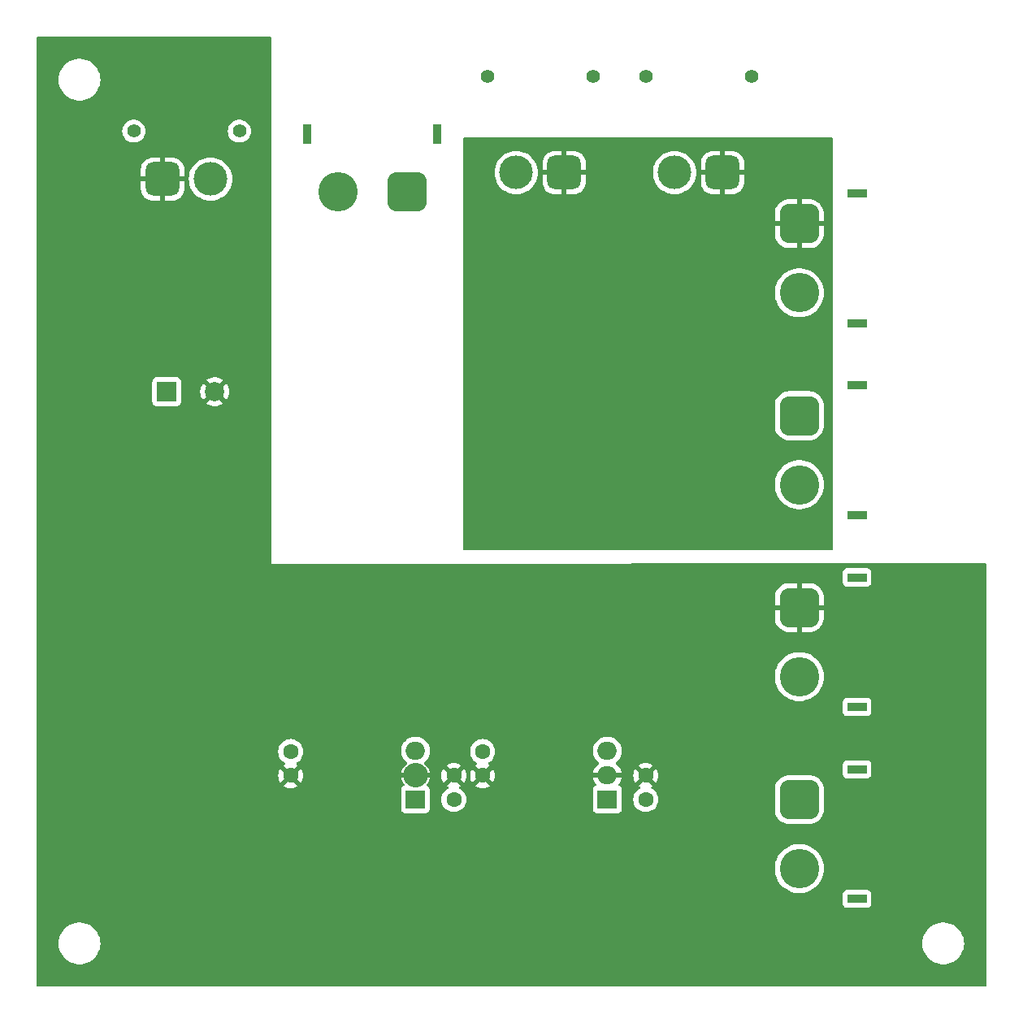
<source format=gbr>
%TF.GenerationSoftware,KiCad,Pcbnew,8.0.8-8.0.8-0~ubuntu24.04.1*%
%TF.CreationDate,2025-02-07T22:49:58+09:00*%
%TF.ProjectId,MainPowerSupply,4d61696e-506f-4776-9572-537570706c79,rev?*%
%TF.SameCoordinates,Original*%
%TF.FileFunction,Copper,L2,Bot*%
%TF.FilePolarity,Positive*%
%FSLAX46Y46*%
G04 Gerber Fmt 4.6, Leading zero omitted, Abs format (unit mm)*
G04 Created by KiCad (PCBNEW 8.0.8-8.0.8-0~ubuntu24.04.1) date 2025-02-07 22:49:58*
%MOMM*%
%LPD*%
G01*
G04 APERTURE LIST*
G04 Aperture macros list*
%AMRoundRect*
0 Rectangle with rounded corners*
0 $1 Rounding radius*
0 $2 $3 $4 $5 $6 $7 $8 $9 X,Y pos of 4 corners*
0 Add a 4 corners polygon primitive as box body*
4,1,4,$2,$3,$4,$5,$6,$7,$8,$9,$2,$3,0*
0 Add four circle primitives for the rounded corners*
1,1,$1+$1,$2,$3*
1,1,$1+$1,$4,$5*
1,1,$1+$1,$6,$7*
1,1,$1+$1,$8,$9*
0 Add four rect primitives between the rounded corners*
20,1,$1+$1,$2,$3,$4,$5,0*
20,1,$1+$1,$4,$5,$6,$7,0*
20,1,$1+$1,$6,$7,$8,$9,0*
20,1,$1+$1,$8,$9,$2,$3,0*%
G04 Aperture macros list end*
%TA.AperFunction,ComponentPad*%
%ADD10R,2.000000X0.900000*%
%TD*%
%TA.AperFunction,ComponentPad*%
%ADD11RoundRect,1.025000X-1.025000X1.025000X-1.025000X-1.025000X1.025000X-1.025000X1.025000X1.025000X0*%
%TD*%
%TA.AperFunction,ComponentPad*%
%ADD12C,4.100000*%
%TD*%
%TA.AperFunction,ComponentPad*%
%ADD13C,1.400000*%
%TD*%
%TA.AperFunction,ComponentPad*%
%ADD14RoundRect,0.770000X-0.980000X-0.980000X0.980000X-0.980000X0.980000X0.980000X-0.980000X0.980000X0*%
%TD*%
%TA.AperFunction,ComponentPad*%
%ADD15C,3.500000*%
%TD*%
%TA.AperFunction,ComponentPad*%
%ADD16R,2.000000X2.000000*%
%TD*%
%TA.AperFunction,ComponentPad*%
%ADD17C,2.000000*%
%TD*%
%TA.AperFunction,ComponentPad*%
%ADD18R,0.900000X2.000000*%
%TD*%
%TA.AperFunction,ComponentPad*%
%ADD19RoundRect,1.025000X-1.025000X-1.025000X1.025000X-1.025000X1.025000X1.025000X-1.025000X1.025000X0*%
%TD*%
%TA.AperFunction,ComponentPad*%
%ADD20C,1.600000*%
%TD*%
%TA.AperFunction,ComponentPad*%
%ADD21R,2.000000X1.905000*%
%TD*%
%TA.AperFunction,ComponentPad*%
%ADD22O,2.000000X1.905000*%
%TD*%
%TA.AperFunction,Conductor*%
%ADD23C,2.500000*%
%TD*%
G04 APERTURE END LIST*
D10*
%TO.P,J4,*%
%TO.N,*%
X186000000Y-66850000D03*
X186000000Y-80350000D03*
D11*
%TO.P,J4,1,Pin_1*%
%TO.N,GND*%
X180000000Y-70000000D03*
D12*
%TO.P,J4,2,Pin_2*%
%TO.N,motor_batt_connect*%
X180000000Y-77200000D03*
%TD*%
D13*
%TO.P,J10,*%
%TO.N,*%
X164000000Y-54675000D03*
X175000000Y-54675000D03*
D14*
%TO.P,J10,1,Pin_1*%
%TO.N,GND*%
X172000000Y-64675000D03*
D15*
%TO.P,J10,2,Pin_2*%
%TO.N,motor_high*%
X167000000Y-64675000D03*
%TD*%
D10*
%TO.P,J1,*%
%TO.N,*%
X186000000Y-106850000D03*
X186000000Y-120350000D03*
D11*
%TO.P,J1,1,Pin_1*%
%TO.N,OrinGND*%
X180000000Y-110000000D03*
D12*
%TO.P,J1,2,Pin_2*%
%TO.N,orin_batt_connect*%
X180000000Y-117200000D03*
%TD*%
D16*
%TO.P,C3,1*%
%TO.N,12V*%
X114082323Y-87500000D03*
D17*
%TO.P,C3,2*%
%TO.N,OrinGND*%
X119082323Y-87500000D03*
%TD*%
D18*
%TO.P,J8,*%
%TO.N,*%
X128750000Y-60650000D03*
X142250000Y-60650000D03*
D19*
%TO.P,J8,1,Pin_1*%
%TO.N,motor_high*%
X139100000Y-66650000D03*
D12*
%TO.P,J8,2,Pin_2*%
%TO.N,16V*%
X131900000Y-66650000D03*
%TD*%
D20*
%TO.P,C2,1*%
%TO.N,12V*%
X147000000Y-125000000D03*
%TO.P,C2,2*%
%TO.N,OrinGND*%
X147000000Y-127500000D03*
%TD*%
D10*
%TO.P,J5,*%
%TO.N,*%
X186000000Y-86850000D03*
X186000000Y-100350000D03*
D11*
%TO.P,J5,1,Pin_1*%
%TO.N,motor_batt_connect*%
X180000000Y-90000000D03*
D12*
%TO.P,J5,2,Pin_2*%
%TO.N,16V*%
X180000000Y-97200000D03*
%TD*%
D13*
%TO.P,J3,*%
%TO.N,*%
X110650000Y-60350000D03*
X121650000Y-60350000D03*
D14*
%TO.P,J3,1,Pin_1*%
%TO.N,OrinGND*%
X113650000Y-65350000D03*
D15*
%TO.P,J3,2,Pin_2*%
%TO.N,12V*%
X118650000Y-65350000D03*
%TD*%
D20*
%TO.P,C4,1*%
%TO.N,orin in*%
X144000000Y-130000000D03*
%TO.P,C4,2*%
%TO.N,OrinGND*%
X144000000Y-127500000D03*
%TD*%
%TO.P,C1,1*%
%TO.N,orin in*%
X164000000Y-130000000D03*
%TO.P,C1,2*%
%TO.N,OrinGND*%
X164000000Y-127500000D03*
%TD*%
D21*
%TO.P,U1,1,VI*%
%TO.N,orin in*%
X160000000Y-130000000D03*
D22*
%TO.P,U1,2,GND*%
%TO.N,OrinGND*%
X160000000Y-127460000D03*
%TO.P,U1,3,VO*%
%TO.N,12V*%
X160000000Y-124920000D03*
%TD*%
D21*
%TO.P,U2,1,VI*%
%TO.N,orin in*%
X140000000Y-130000000D03*
D22*
%TO.P,U2,2,GND*%
%TO.N,OrinGND*%
X140000000Y-127460000D03*
%TO.P,U2,3,VO*%
%TO.N,12V*%
X140000000Y-124920000D03*
%TD*%
D20*
%TO.P,C5,1*%
%TO.N,12V*%
X127000000Y-125000000D03*
%TO.P,C5,2*%
%TO.N,OrinGND*%
X127000000Y-127500000D03*
%TD*%
D10*
%TO.P,J2,*%
%TO.N,*%
X186000000Y-126850000D03*
X186000000Y-140350000D03*
D11*
%TO.P,J2,1,Pin_1*%
%TO.N,orin_batt_connect*%
X180000000Y-130000000D03*
D12*
%TO.P,J2,2,Pin_2*%
%TO.N,orin in*%
X180000000Y-137200000D03*
%TD*%
D13*
%TO.P,J9,*%
%TO.N,*%
X147500000Y-54675000D03*
X158500000Y-54675000D03*
D14*
%TO.P,J9,1,Pin_1*%
%TO.N,GND*%
X155500000Y-64675000D03*
D15*
%TO.P,J9,2,Pin_2*%
%TO.N,motor_high*%
X150500000Y-64675000D03*
%TD*%
D23*
%TO.N,OrinGND*%
X140040000Y-127500000D02*
X140000000Y-127460000D01*
%TD*%
%TA.AperFunction,Conductor*%
%TO.N,GND*%
G36*
X183443039Y-61019685D02*
G01*
X183488794Y-61072489D01*
X183500000Y-61124000D01*
X183500000Y-103876000D01*
X183480315Y-103943039D01*
X183427511Y-103988794D01*
X183376000Y-104000000D01*
X145124000Y-104000000D01*
X145056961Y-103980315D01*
X145011206Y-103927511D01*
X145000000Y-103876000D01*
X145000000Y-97199994D01*
X177444457Y-97199994D01*
X177444457Y-97200005D01*
X177464606Y-97520283D01*
X177464607Y-97520290D01*
X177524745Y-97835542D01*
X177623916Y-98140759D01*
X177623918Y-98140764D01*
X177760558Y-98431138D01*
X177760562Y-98431144D01*
X177932520Y-98702108D01*
X177932522Y-98702111D01*
X178137087Y-98949388D01*
X178371034Y-99169078D01*
X178371044Y-99169086D01*
X178630660Y-99357708D01*
X178630666Y-99357711D01*
X178630672Y-99357716D01*
X178911903Y-99512324D01*
X179210294Y-99630466D01*
X179210293Y-99630466D01*
X179521135Y-99710276D01*
X179521139Y-99710277D01*
X179587935Y-99718715D01*
X179839524Y-99750499D01*
X179839533Y-99750499D01*
X179839536Y-99750500D01*
X179839538Y-99750500D01*
X180160462Y-99750500D01*
X180160464Y-99750500D01*
X180160467Y-99750499D01*
X180160475Y-99750499D01*
X180350463Y-99726497D01*
X180478861Y-99710277D01*
X180789706Y-99630466D01*
X181088097Y-99512324D01*
X181369328Y-99357716D01*
X181628964Y-99169080D01*
X181862911Y-98949390D01*
X182067478Y-98702110D01*
X182239439Y-98431142D01*
X182376084Y-98140758D01*
X182475256Y-97835538D01*
X182535392Y-97520294D01*
X182555543Y-97200000D01*
X182535392Y-96879706D01*
X182475256Y-96564462D01*
X182376084Y-96259242D01*
X182376081Y-96259235D01*
X182239441Y-95968861D01*
X182239437Y-95968855D01*
X182067479Y-95697891D01*
X182067477Y-95697888D01*
X181862912Y-95450611D01*
X181628965Y-95230921D01*
X181628955Y-95230913D01*
X181369339Y-95042291D01*
X181369321Y-95042280D01*
X181088096Y-94887675D01*
X181088093Y-94887674D01*
X180789703Y-94769533D01*
X180789706Y-94769533D01*
X180478864Y-94689723D01*
X180478851Y-94689721D01*
X180160475Y-94649500D01*
X180160464Y-94649500D01*
X179839536Y-94649500D01*
X179839524Y-94649500D01*
X179521148Y-94689721D01*
X179521135Y-94689723D01*
X179210294Y-94769533D01*
X178911906Y-94887674D01*
X178911903Y-94887675D01*
X178630678Y-95042280D01*
X178630660Y-95042291D01*
X178371044Y-95230913D01*
X178371034Y-95230921D01*
X178137087Y-95450611D01*
X177932522Y-95697888D01*
X177932520Y-95697891D01*
X177760562Y-95968855D01*
X177760558Y-95968861D01*
X177623918Y-96259235D01*
X177623916Y-96259240D01*
X177524745Y-96564457D01*
X177464607Y-96879709D01*
X177464606Y-96879716D01*
X177444457Y-97199994D01*
X145000000Y-97199994D01*
X145000000Y-88904702D01*
X177449500Y-88904702D01*
X177449500Y-91095292D01*
X177449501Y-91095298D01*
X177459718Y-91240027D01*
X177459718Y-91240031D01*
X177459719Y-91240034D01*
X177459720Y-91240038D01*
X177513834Y-91480314D01*
X177513835Y-91480319D01*
X177605795Y-91708809D01*
X177733216Y-91919589D01*
X177733219Y-91919592D01*
X177892798Y-92107201D01*
X178002990Y-92200930D01*
X178080411Y-92266784D01*
X178291191Y-92394205D01*
X178519683Y-92486165D01*
X178759966Y-92540281D01*
X178904705Y-92550500D01*
X181095294Y-92550499D01*
X181240034Y-92540281D01*
X181480317Y-92486165D01*
X181708809Y-92394205D01*
X181919589Y-92266784D01*
X182107201Y-92107201D01*
X182266784Y-91919589D01*
X182394205Y-91708809D01*
X182486165Y-91480317D01*
X182540281Y-91240034D01*
X182550500Y-91095295D01*
X182550499Y-88904706D01*
X182540281Y-88759966D01*
X182486165Y-88519683D01*
X182394205Y-88291191D01*
X182266784Y-88080411D01*
X182200930Y-88002990D01*
X182107201Y-87892798D01*
X181977654Y-87782606D01*
X181919589Y-87733216D01*
X181708809Y-87605795D01*
X181480318Y-87513835D01*
X181240036Y-87459719D01*
X181240029Y-87459718D01*
X181095296Y-87449500D01*
X178904707Y-87449500D01*
X178904701Y-87449501D01*
X178759972Y-87459718D01*
X178759966Y-87459718D01*
X178759966Y-87459719D01*
X178759963Y-87459719D01*
X178759961Y-87459720D01*
X178519685Y-87513834D01*
X178519680Y-87513835D01*
X178291190Y-87605795D01*
X178291185Y-87605798D01*
X178080417Y-87733212D01*
X178080407Y-87733219D01*
X177892798Y-87892798D01*
X177733219Y-88080407D01*
X177733212Y-88080417D01*
X177605798Y-88291185D01*
X177605795Y-88291190D01*
X177513835Y-88519680D01*
X177513835Y-88519682D01*
X177459719Y-88759963D01*
X177459718Y-88759970D01*
X177449500Y-88904702D01*
X145000000Y-88904702D01*
X145000000Y-77199994D01*
X177444457Y-77199994D01*
X177444457Y-77200005D01*
X177464606Y-77520283D01*
X177464607Y-77520290D01*
X177524745Y-77835542D01*
X177623916Y-78140759D01*
X177623918Y-78140764D01*
X177760558Y-78431138D01*
X177760562Y-78431144D01*
X177932520Y-78702108D01*
X177932522Y-78702111D01*
X178137087Y-78949388D01*
X178371034Y-79169078D01*
X178371044Y-79169086D01*
X178630660Y-79357708D01*
X178630666Y-79357711D01*
X178630672Y-79357716D01*
X178911903Y-79512324D01*
X179210294Y-79630466D01*
X179210293Y-79630466D01*
X179521135Y-79710276D01*
X179521139Y-79710277D01*
X179587935Y-79718715D01*
X179839524Y-79750499D01*
X179839533Y-79750499D01*
X179839536Y-79750500D01*
X179839538Y-79750500D01*
X180160462Y-79750500D01*
X180160464Y-79750500D01*
X180160467Y-79750499D01*
X180160475Y-79750499D01*
X180350463Y-79726497D01*
X180478861Y-79710277D01*
X180789706Y-79630466D01*
X181088097Y-79512324D01*
X181369328Y-79357716D01*
X181628964Y-79169080D01*
X181862911Y-78949390D01*
X182067478Y-78702110D01*
X182239439Y-78431142D01*
X182376084Y-78140758D01*
X182475256Y-77835538D01*
X182535392Y-77520294D01*
X182555543Y-77200000D01*
X182535392Y-76879706D01*
X182475256Y-76564462D01*
X182376084Y-76259242D01*
X182376081Y-76259235D01*
X182239441Y-75968861D01*
X182239437Y-75968855D01*
X182067479Y-75697891D01*
X182067477Y-75697888D01*
X181862912Y-75450611D01*
X181628965Y-75230921D01*
X181628955Y-75230913D01*
X181369339Y-75042291D01*
X181369321Y-75042280D01*
X181088096Y-74887675D01*
X181088093Y-74887674D01*
X180789703Y-74769533D01*
X180789706Y-74769533D01*
X180478864Y-74689723D01*
X180478851Y-74689721D01*
X180160475Y-74649500D01*
X180160464Y-74649500D01*
X179839536Y-74649500D01*
X179839524Y-74649500D01*
X179521148Y-74689721D01*
X179521135Y-74689723D01*
X179210294Y-74769533D01*
X178911906Y-74887674D01*
X178911903Y-74887675D01*
X178630678Y-75042280D01*
X178630660Y-75042291D01*
X178371044Y-75230913D01*
X178371034Y-75230921D01*
X178137087Y-75450611D01*
X177932522Y-75697888D01*
X177932520Y-75697891D01*
X177760562Y-75968855D01*
X177760558Y-75968861D01*
X177623918Y-76259235D01*
X177623916Y-76259240D01*
X177524745Y-76564457D01*
X177464607Y-76879709D01*
X177464606Y-76879716D01*
X177444457Y-77199994D01*
X145000000Y-77199994D01*
X145000000Y-68904731D01*
X177450000Y-68904731D01*
X177450000Y-69750000D01*
X178672769Y-69750000D01*
X178650000Y-69893753D01*
X178650000Y-70106247D01*
X178672769Y-70250000D01*
X177450000Y-70250000D01*
X177450000Y-71095268D01*
X177460215Y-71239958D01*
X177460217Y-71239968D01*
X177514313Y-71480165D01*
X177514315Y-71480172D01*
X177606244Y-71708585D01*
X177733620Y-71919289D01*
X177733627Y-71919299D01*
X177893153Y-72106846D01*
X178080700Y-72266372D01*
X178080710Y-72266379D01*
X178291414Y-72393755D01*
X178519827Y-72485684D01*
X178519834Y-72485686D01*
X178760031Y-72539782D01*
X178760041Y-72539784D01*
X178904731Y-72549999D01*
X178904734Y-72550000D01*
X179750000Y-72550000D01*
X179750000Y-71327231D01*
X179893753Y-71350000D01*
X180106247Y-71350000D01*
X180250000Y-71327231D01*
X180250000Y-72550000D01*
X181095266Y-72550000D01*
X181095268Y-72549999D01*
X181239958Y-72539784D01*
X181239968Y-72539782D01*
X181480165Y-72485686D01*
X181480172Y-72485684D01*
X181708585Y-72393755D01*
X181919289Y-72266379D01*
X181919299Y-72266372D01*
X182106846Y-72106846D01*
X182266372Y-71919299D01*
X182266379Y-71919289D01*
X182393755Y-71708585D01*
X182485684Y-71480172D01*
X182485686Y-71480165D01*
X182539782Y-71239968D01*
X182539784Y-71239958D01*
X182549999Y-71095268D01*
X182550000Y-71095266D01*
X182550000Y-70250000D01*
X181327231Y-70250000D01*
X181350000Y-70106247D01*
X181350000Y-69893753D01*
X181327231Y-69750000D01*
X182550000Y-69750000D01*
X182550000Y-68904734D01*
X182549999Y-68904731D01*
X182539784Y-68760041D01*
X182539782Y-68760031D01*
X182485686Y-68519834D01*
X182485684Y-68519827D01*
X182393755Y-68291414D01*
X182266379Y-68080710D01*
X182266372Y-68080700D01*
X182106846Y-67893153D01*
X181919299Y-67733627D01*
X181919289Y-67733620D01*
X181708585Y-67606244D01*
X181480172Y-67514315D01*
X181480165Y-67514313D01*
X181239968Y-67460217D01*
X181239958Y-67460215D01*
X181095268Y-67450000D01*
X180250000Y-67450000D01*
X180250000Y-68672768D01*
X180106247Y-68650000D01*
X179893753Y-68650000D01*
X179750000Y-68672768D01*
X179750000Y-67450000D01*
X178904731Y-67450000D01*
X178760041Y-67460215D01*
X178760031Y-67460217D01*
X178519834Y-67514313D01*
X178519827Y-67514315D01*
X178291414Y-67606244D01*
X178080710Y-67733620D01*
X178080700Y-67733627D01*
X177893153Y-67893153D01*
X177733627Y-68080700D01*
X177733620Y-68080710D01*
X177606244Y-68291414D01*
X177514315Y-68519827D01*
X177514313Y-68519834D01*
X177460217Y-68760031D01*
X177460215Y-68760041D01*
X177450000Y-68904731D01*
X145000000Y-68904731D01*
X145000000Y-64674992D01*
X148244671Y-64674992D01*
X148244671Y-64675007D01*
X148263964Y-64969363D01*
X148263965Y-64969373D01*
X148263966Y-64969380D01*
X148263968Y-64969390D01*
X148321518Y-65258716D01*
X148321521Y-65258730D01*
X148416349Y-65538080D01*
X148546825Y-65802660D01*
X148546829Y-65802667D01*
X148710725Y-66047955D01*
X148905241Y-66269758D01*
X149127043Y-66464273D01*
X149372335Y-66628172D01*
X149636923Y-66758652D01*
X149916278Y-66853481D01*
X150205620Y-66911034D01*
X150233888Y-66912886D01*
X150499993Y-66930329D01*
X150500000Y-66930329D01*
X150500007Y-66930329D01*
X150742522Y-66914433D01*
X150794380Y-66911034D01*
X151083722Y-66853481D01*
X151363077Y-66758652D01*
X151627665Y-66628172D01*
X151872957Y-66464273D01*
X152094758Y-66269758D01*
X152289273Y-66047957D01*
X152453172Y-65802665D01*
X152583652Y-65538077D01*
X152678481Y-65258722D01*
X152736034Y-64969380D01*
X152755329Y-64675000D01*
X152755329Y-64674992D01*
X152736035Y-64380636D01*
X152736034Y-64380620D01*
X152678481Y-64091278D01*
X152583652Y-63811923D01*
X152493825Y-63629773D01*
X153250000Y-63629773D01*
X153250000Y-64425000D01*
X154581116Y-64425000D01*
X154550000Y-64581433D01*
X154550000Y-64768567D01*
X154581116Y-64925000D01*
X153250001Y-64925000D01*
X153250001Y-65720227D01*
X153260566Y-65854474D01*
X153316423Y-66076152D01*
X153410962Y-66284287D01*
X153410967Y-66284296D01*
X153541151Y-66472203D01*
X153702796Y-66633848D01*
X153890703Y-66764032D01*
X153890712Y-66764037D01*
X154098847Y-66858576D01*
X154320525Y-66914433D01*
X154454780Y-66924999D01*
X155249999Y-66924999D01*
X155250000Y-66924998D01*
X155250000Y-65593883D01*
X155406433Y-65625000D01*
X155593567Y-65625000D01*
X155750000Y-65593883D01*
X155750000Y-66924999D01*
X156545212Y-66924999D01*
X156545227Y-66924998D01*
X156679474Y-66914433D01*
X156901152Y-66858576D01*
X157109287Y-66764037D01*
X157109296Y-66764032D01*
X157297203Y-66633848D01*
X157458848Y-66472203D01*
X157589032Y-66284296D01*
X157589037Y-66284287D01*
X157683576Y-66076152D01*
X157739433Y-65854474D01*
X157749999Y-65720226D01*
X157750000Y-65720213D01*
X157750000Y-64925000D01*
X156418884Y-64925000D01*
X156450000Y-64768567D01*
X156450000Y-64674992D01*
X164744671Y-64674992D01*
X164744671Y-64675007D01*
X164763964Y-64969363D01*
X164763965Y-64969373D01*
X164763966Y-64969380D01*
X164763968Y-64969390D01*
X164821518Y-65258716D01*
X164821521Y-65258730D01*
X164916349Y-65538080D01*
X165046825Y-65802660D01*
X165046829Y-65802667D01*
X165210725Y-66047955D01*
X165405241Y-66269758D01*
X165627043Y-66464273D01*
X165872335Y-66628172D01*
X166136923Y-66758652D01*
X166416278Y-66853481D01*
X166705620Y-66911034D01*
X166733888Y-66912886D01*
X166999993Y-66930329D01*
X167000000Y-66930329D01*
X167000007Y-66930329D01*
X167242522Y-66914433D01*
X167294380Y-66911034D01*
X167583722Y-66853481D01*
X167863077Y-66758652D01*
X168127665Y-66628172D01*
X168372957Y-66464273D01*
X168594758Y-66269758D01*
X168789273Y-66047957D01*
X168953172Y-65802665D01*
X169083652Y-65538077D01*
X169178481Y-65258722D01*
X169236034Y-64969380D01*
X169255329Y-64675000D01*
X169255329Y-64674992D01*
X169236035Y-64380636D01*
X169236034Y-64380620D01*
X169178481Y-64091278D01*
X169083652Y-63811923D01*
X168993825Y-63629773D01*
X169750000Y-63629773D01*
X169750000Y-64425000D01*
X171081116Y-64425000D01*
X171050000Y-64581433D01*
X171050000Y-64768567D01*
X171081116Y-64925000D01*
X169750001Y-64925000D01*
X169750001Y-65720227D01*
X169760566Y-65854474D01*
X169816423Y-66076152D01*
X169910962Y-66284287D01*
X169910967Y-66284296D01*
X170041151Y-66472203D01*
X170202796Y-66633848D01*
X170390703Y-66764032D01*
X170390712Y-66764037D01*
X170598847Y-66858576D01*
X170820525Y-66914433D01*
X170954780Y-66924999D01*
X171749999Y-66924999D01*
X171750000Y-66924998D01*
X171750000Y-65593883D01*
X171906433Y-65625000D01*
X172093567Y-65625000D01*
X172250000Y-65593883D01*
X172250000Y-66924999D01*
X173045212Y-66924999D01*
X173045227Y-66924998D01*
X173179474Y-66914433D01*
X173401152Y-66858576D01*
X173609287Y-66764037D01*
X173609296Y-66764032D01*
X173797203Y-66633848D01*
X173958848Y-66472203D01*
X174089032Y-66284296D01*
X174089037Y-66284287D01*
X174183576Y-66076152D01*
X174239433Y-65854474D01*
X174249999Y-65720226D01*
X174250000Y-65720213D01*
X174250000Y-64925000D01*
X172918884Y-64925000D01*
X172950000Y-64768567D01*
X172950000Y-64581433D01*
X172918884Y-64425000D01*
X174249999Y-64425000D01*
X174249999Y-63629787D01*
X174249998Y-63629772D01*
X174239433Y-63495525D01*
X174183576Y-63273847D01*
X174089037Y-63065712D01*
X174089032Y-63065703D01*
X173958848Y-62877796D01*
X173797203Y-62716151D01*
X173609296Y-62585967D01*
X173609287Y-62585962D01*
X173401152Y-62491423D01*
X173179474Y-62435566D01*
X173045226Y-62425000D01*
X172250000Y-62425000D01*
X172250000Y-63756116D01*
X172093567Y-63725000D01*
X171906433Y-63725000D01*
X171750000Y-63756116D01*
X171750000Y-62425000D01*
X170954787Y-62425000D01*
X170954772Y-62425001D01*
X170820525Y-62435566D01*
X170598847Y-62491423D01*
X170390712Y-62585962D01*
X170390703Y-62585967D01*
X170202796Y-62716151D01*
X170041151Y-62877796D01*
X169910967Y-63065703D01*
X169910962Y-63065712D01*
X169816423Y-63273847D01*
X169760566Y-63495525D01*
X169750000Y-63629773D01*
X168993825Y-63629773D01*
X168953172Y-63547336D01*
X168789273Y-63302043D01*
X168746655Y-63253447D01*
X168594758Y-63080241D01*
X168372955Y-62885725D01*
X168127667Y-62721829D01*
X168127660Y-62721825D01*
X167863080Y-62591349D01*
X167583730Y-62496521D01*
X167583724Y-62496519D01*
X167583722Y-62496519D01*
X167294380Y-62438966D01*
X167294373Y-62438965D01*
X167294363Y-62438964D01*
X167000007Y-62419671D01*
X166999993Y-62419671D01*
X166705636Y-62438964D01*
X166705624Y-62438965D01*
X166705620Y-62438966D01*
X166705612Y-62438967D01*
X166705609Y-62438968D01*
X166416283Y-62496518D01*
X166416269Y-62496521D01*
X166136919Y-62591349D01*
X165872334Y-62721828D01*
X165627041Y-62885728D01*
X165405241Y-63080241D01*
X165210728Y-63302041D01*
X165046828Y-63547334D01*
X164916349Y-63811919D01*
X164821521Y-64091269D01*
X164821518Y-64091283D01*
X164763968Y-64380609D01*
X164763964Y-64380636D01*
X164744671Y-64674992D01*
X156450000Y-64674992D01*
X156450000Y-64581433D01*
X156418884Y-64425000D01*
X157749999Y-64425000D01*
X157749999Y-63629787D01*
X157749998Y-63629772D01*
X157739433Y-63495525D01*
X157683576Y-63273847D01*
X157589037Y-63065712D01*
X157589032Y-63065703D01*
X157458848Y-62877796D01*
X157297203Y-62716151D01*
X157109296Y-62585967D01*
X157109287Y-62585962D01*
X156901152Y-62491423D01*
X156679474Y-62435566D01*
X156545226Y-62425000D01*
X155750000Y-62425000D01*
X155750000Y-63756116D01*
X155593567Y-63725000D01*
X155406433Y-63725000D01*
X155250000Y-63756116D01*
X155250000Y-62425000D01*
X154454787Y-62425000D01*
X154454772Y-62425001D01*
X154320525Y-62435566D01*
X154098847Y-62491423D01*
X153890712Y-62585962D01*
X153890703Y-62585967D01*
X153702796Y-62716151D01*
X153541151Y-62877796D01*
X153410967Y-63065703D01*
X153410962Y-63065712D01*
X153316423Y-63273847D01*
X153260566Y-63495525D01*
X153250000Y-63629773D01*
X152493825Y-63629773D01*
X152453172Y-63547336D01*
X152289273Y-63302043D01*
X152246655Y-63253447D01*
X152094758Y-63080241D01*
X151872955Y-62885725D01*
X151627667Y-62721829D01*
X151627660Y-62721825D01*
X151363080Y-62591349D01*
X151083730Y-62496521D01*
X151083724Y-62496519D01*
X151083722Y-62496519D01*
X150794380Y-62438966D01*
X150794373Y-62438965D01*
X150794363Y-62438964D01*
X150500007Y-62419671D01*
X150499993Y-62419671D01*
X150205636Y-62438964D01*
X150205624Y-62438965D01*
X150205620Y-62438966D01*
X150205612Y-62438967D01*
X150205609Y-62438968D01*
X149916283Y-62496518D01*
X149916269Y-62496521D01*
X149636919Y-62591349D01*
X149372334Y-62721828D01*
X149127041Y-62885728D01*
X148905241Y-63080241D01*
X148710728Y-63302041D01*
X148546828Y-63547334D01*
X148416349Y-63811919D01*
X148321521Y-64091269D01*
X148321518Y-64091283D01*
X148263968Y-64380609D01*
X148263964Y-64380636D01*
X148244671Y-64674992D01*
X145000000Y-64674992D01*
X145000000Y-61124000D01*
X145019685Y-61056961D01*
X145072489Y-61011206D01*
X145124000Y-61000000D01*
X183376000Y-61000000D01*
X183443039Y-61019685D01*
G37*
%TD.AperFunction*%
%TD*%
%TA.AperFunction,Conductor*%
%TO.N,OrinGND*%
G36*
X124893039Y-50520185D02*
G01*
X124938794Y-50572989D01*
X124950000Y-50624500D01*
X124950000Y-105475049D01*
X124950000Y-107250000D01*
X100500500Y-107201003D01*
X100500500Y-86452135D01*
X112581823Y-86452135D01*
X112581823Y-88547870D01*
X112581824Y-88547876D01*
X112588231Y-88607483D01*
X112638525Y-88742328D01*
X112638529Y-88742335D01*
X112724775Y-88857544D01*
X112724778Y-88857547D01*
X112839987Y-88943793D01*
X112839994Y-88943797D01*
X112974840Y-88994091D01*
X112974839Y-88994091D01*
X112981767Y-88994835D01*
X113034450Y-89000500D01*
X115130195Y-89000499D01*
X115189806Y-88994091D01*
X115324654Y-88943796D01*
X115439869Y-88857546D01*
X115526119Y-88742331D01*
X115576414Y-88607483D01*
X115582823Y-88547873D01*
X115582822Y-87499994D01*
X117577182Y-87499994D01*
X117577182Y-87500005D01*
X117597708Y-87747729D01*
X117597710Y-87747738D01*
X117658735Y-87988717D01*
X117758590Y-88216367D01*
X117858885Y-88369881D01*
X118599360Y-87629408D01*
X118616398Y-87692993D01*
X118682224Y-87807007D01*
X118775316Y-87900099D01*
X118889330Y-87965925D01*
X118952914Y-87982962D01*
X118212266Y-88723609D01*
X118259091Y-88760055D01*
X118259094Y-88760057D01*
X118477708Y-88878364D01*
X118477719Y-88878369D01*
X118712829Y-88959083D01*
X118958030Y-89000000D01*
X119206616Y-89000000D01*
X119451816Y-88959083D01*
X119686926Y-88878369D01*
X119686937Y-88878364D01*
X119905553Y-88760056D01*
X119905559Y-88760051D01*
X119952378Y-88723610D01*
X119952379Y-88723609D01*
X119211731Y-87982962D01*
X119275316Y-87965925D01*
X119389330Y-87900099D01*
X119482422Y-87807007D01*
X119548248Y-87692993D01*
X119565285Y-87629409D01*
X120305758Y-88369882D01*
X120406056Y-88216364D01*
X120505910Y-87988717D01*
X120566935Y-87747738D01*
X120566937Y-87747729D01*
X120587464Y-87500005D01*
X120587464Y-87499994D01*
X120566937Y-87252270D01*
X120566935Y-87252261D01*
X120505910Y-87011282D01*
X120406055Y-86783632D01*
X120305758Y-86630116D01*
X119565285Y-87370590D01*
X119548248Y-87307007D01*
X119482422Y-87192993D01*
X119389330Y-87099901D01*
X119275316Y-87034075D01*
X119211732Y-87017037D01*
X119952378Y-86276389D01*
X119952378Y-86276388D01*
X119905559Y-86239947D01*
X119905554Y-86239944D01*
X119686937Y-86121635D01*
X119686926Y-86121630D01*
X119451816Y-86040916D01*
X119206616Y-86000000D01*
X118958030Y-86000000D01*
X118712829Y-86040916D01*
X118477719Y-86121630D01*
X118477708Y-86121635D01*
X118259093Y-86239943D01*
X118212266Y-86276389D01*
X118952914Y-87017037D01*
X118889330Y-87034075D01*
X118775316Y-87099901D01*
X118682224Y-87192993D01*
X118616398Y-87307007D01*
X118599360Y-87370591D01*
X117858886Y-86630117D01*
X117758590Y-86783633D01*
X117758588Y-86783637D01*
X117658735Y-87011282D01*
X117597710Y-87252261D01*
X117597708Y-87252270D01*
X117577182Y-87499994D01*
X115582822Y-87499994D01*
X115582822Y-86452128D01*
X115576414Y-86392517D01*
X115526119Y-86257669D01*
X115526118Y-86257668D01*
X115526116Y-86257664D01*
X115439870Y-86142455D01*
X115439867Y-86142452D01*
X115324658Y-86056206D01*
X115324651Y-86056202D01*
X115189805Y-86005908D01*
X115189806Y-86005908D01*
X115130206Y-85999501D01*
X115130204Y-85999500D01*
X115130196Y-85999500D01*
X115130187Y-85999500D01*
X113034452Y-85999500D01*
X113034446Y-85999501D01*
X112974839Y-86005908D01*
X112839994Y-86056202D01*
X112839987Y-86056206D01*
X112724778Y-86142452D01*
X112724775Y-86142455D01*
X112638529Y-86257664D01*
X112638525Y-86257671D01*
X112588231Y-86392517D01*
X112581824Y-86452116D01*
X112581824Y-86452123D01*
X112581823Y-86452135D01*
X100500500Y-86452135D01*
X100500500Y-64304773D01*
X111400000Y-64304773D01*
X111400000Y-65100000D01*
X112731116Y-65100000D01*
X112700000Y-65256433D01*
X112700000Y-65443567D01*
X112731116Y-65600000D01*
X111400001Y-65600000D01*
X111400001Y-66395227D01*
X111410566Y-66529474D01*
X111466423Y-66751152D01*
X111560962Y-66959287D01*
X111560967Y-66959296D01*
X111691151Y-67147203D01*
X111852796Y-67308848D01*
X112040703Y-67439032D01*
X112040712Y-67439037D01*
X112248847Y-67533576D01*
X112470525Y-67589433D01*
X112604780Y-67599999D01*
X113399999Y-67599999D01*
X113400000Y-67599998D01*
X113400000Y-66268883D01*
X113556433Y-66300000D01*
X113743567Y-66300000D01*
X113900000Y-66268883D01*
X113900000Y-67599999D01*
X114695212Y-67599999D01*
X114695227Y-67599998D01*
X114829474Y-67589433D01*
X115051152Y-67533576D01*
X115259287Y-67439037D01*
X115259296Y-67439032D01*
X115447203Y-67308848D01*
X115608848Y-67147203D01*
X115739032Y-66959296D01*
X115739037Y-66959287D01*
X115833576Y-66751152D01*
X115889433Y-66529474D01*
X115899999Y-66395226D01*
X115900000Y-66395213D01*
X115900000Y-65600000D01*
X114568884Y-65600000D01*
X114600000Y-65443567D01*
X114600000Y-65349992D01*
X116394671Y-65349992D01*
X116394671Y-65350007D01*
X116413964Y-65644363D01*
X116413965Y-65644373D01*
X116413966Y-65644380D01*
X116413968Y-65644390D01*
X116471518Y-65933716D01*
X116471521Y-65933730D01*
X116566349Y-66213080D01*
X116696825Y-66477660D01*
X116696829Y-66477667D01*
X116860725Y-66722955D01*
X117055241Y-66944758D01*
X117277043Y-67139273D01*
X117522335Y-67303172D01*
X117786923Y-67433652D01*
X118066278Y-67528481D01*
X118355620Y-67586034D01*
X118383888Y-67587886D01*
X118649993Y-67605329D01*
X118650000Y-67605329D01*
X118650007Y-67605329D01*
X118892522Y-67589433D01*
X118944380Y-67586034D01*
X119233722Y-67528481D01*
X119513077Y-67433652D01*
X119777665Y-67303172D01*
X120022957Y-67139273D01*
X120244758Y-66944758D01*
X120439273Y-66722957D01*
X120603172Y-66477665D01*
X120733652Y-66213077D01*
X120828481Y-65933722D01*
X120886034Y-65644380D01*
X120905329Y-65350000D01*
X120905329Y-65349992D01*
X120886035Y-65055636D01*
X120886034Y-65055620D01*
X120828481Y-64766278D01*
X120733652Y-64486923D01*
X120603172Y-64222336D01*
X120439273Y-63977043D01*
X120396655Y-63928447D01*
X120244758Y-63755241D01*
X120022955Y-63560725D01*
X119777667Y-63396829D01*
X119777660Y-63396825D01*
X119513080Y-63266349D01*
X119233730Y-63171521D01*
X119233724Y-63171519D01*
X119233722Y-63171519D01*
X118944380Y-63113966D01*
X118944373Y-63113965D01*
X118944363Y-63113964D01*
X118650007Y-63094671D01*
X118649993Y-63094671D01*
X118355636Y-63113964D01*
X118355624Y-63113965D01*
X118355620Y-63113966D01*
X118355612Y-63113967D01*
X118355609Y-63113968D01*
X118066283Y-63171518D01*
X118066269Y-63171521D01*
X117786919Y-63266349D01*
X117522334Y-63396828D01*
X117277041Y-63560728D01*
X117055241Y-63755241D01*
X116860728Y-63977041D01*
X116696828Y-64222334D01*
X116566349Y-64486919D01*
X116471521Y-64766269D01*
X116471518Y-64766283D01*
X116413968Y-65055609D01*
X116413964Y-65055636D01*
X116394671Y-65349992D01*
X114600000Y-65349992D01*
X114600000Y-65256433D01*
X114568884Y-65100000D01*
X115899999Y-65100000D01*
X115899999Y-64304787D01*
X115899998Y-64304772D01*
X115889433Y-64170525D01*
X115833576Y-63948847D01*
X115739037Y-63740712D01*
X115739032Y-63740703D01*
X115608848Y-63552796D01*
X115447203Y-63391151D01*
X115259296Y-63260967D01*
X115259287Y-63260962D01*
X115051152Y-63166423D01*
X114829474Y-63110566D01*
X114695226Y-63100000D01*
X113900000Y-63100000D01*
X113900000Y-64431116D01*
X113743567Y-64400000D01*
X113556433Y-64400000D01*
X113400000Y-64431116D01*
X113400000Y-63100000D01*
X112604787Y-63100000D01*
X112604772Y-63100001D01*
X112470525Y-63110566D01*
X112248847Y-63166423D01*
X112040712Y-63260962D01*
X112040703Y-63260967D01*
X111852796Y-63391151D01*
X111691151Y-63552796D01*
X111560967Y-63740703D01*
X111560962Y-63740712D01*
X111466423Y-63948847D01*
X111410566Y-64170525D01*
X111400000Y-64304773D01*
X100500500Y-64304773D01*
X100500500Y-60349999D01*
X109444357Y-60349999D01*
X109444357Y-60350000D01*
X109464884Y-60571535D01*
X109464885Y-60571537D01*
X109525769Y-60785523D01*
X109525775Y-60785538D01*
X109624938Y-60984683D01*
X109624943Y-60984691D01*
X109759020Y-61162238D01*
X109923437Y-61312123D01*
X109923439Y-61312125D01*
X110112595Y-61429245D01*
X110112596Y-61429245D01*
X110112599Y-61429247D01*
X110320060Y-61509618D01*
X110538757Y-61550500D01*
X110538759Y-61550500D01*
X110761241Y-61550500D01*
X110761243Y-61550500D01*
X110979940Y-61509618D01*
X111187401Y-61429247D01*
X111376562Y-61312124D01*
X111540981Y-61162236D01*
X111675058Y-60984689D01*
X111774229Y-60785528D01*
X111835115Y-60571536D01*
X111855643Y-60350000D01*
X111855643Y-60349999D01*
X120444357Y-60349999D01*
X120444357Y-60350000D01*
X120464884Y-60571535D01*
X120464885Y-60571537D01*
X120525769Y-60785523D01*
X120525775Y-60785538D01*
X120624938Y-60984683D01*
X120624943Y-60984691D01*
X120759020Y-61162238D01*
X120923437Y-61312123D01*
X120923439Y-61312125D01*
X121112595Y-61429245D01*
X121112596Y-61429245D01*
X121112599Y-61429247D01*
X121320060Y-61509618D01*
X121538757Y-61550500D01*
X121538759Y-61550500D01*
X121761241Y-61550500D01*
X121761243Y-61550500D01*
X121979940Y-61509618D01*
X122187401Y-61429247D01*
X122376562Y-61312124D01*
X122540981Y-61162236D01*
X122675058Y-60984689D01*
X122774229Y-60785528D01*
X122835115Y-60571536D01*
X122855643Y-60350000D01*
X122835115Y-60128464D01*
X122774229Y-59914472D01*
X122774224Y-59914461D01*
X122675061Y-59715316D01*
X122675056Y-59715308D01*
X122540979Y-59537761D01*
X122376562Y-59387876D01*
X122376560Y-59387874D01*
X122187404Y-59270754D01*
X122187398Y-59270752D01*
X121979940Y-59190382D01*
X121761243Y-59149500D01*
X121538757Y-59149500D01*
X121320060Y-59190382D01*
X121188864Y-59241207D01*
X121112601Y-59270752D01*
X121112595Y-59270754D01*
X120923439Y-59387874D01*
X120923437Y-59387876D01*
X120759020Y-59537761D01*
X120624943Y-59715308D01*
X120624938Y-59715316D01*
X120525775Y-59914461D01*
X120525769Y-59914476D01*
X120464885Y-60128462D01*
X120464884Y-60128464D01*
X120444357Y-60349999D01*
X111855643Y-60349999D01*
X111835115Y-60128464D01*
X111774229Y-59914472D01*
X111774224Y-59914461D01*
X111675061Y-59715316D01*
X111675056Y-59715308D01*
X111540979Y-59537761D01*
X111376562Y-59387876D01*
X111376560Y-59387874D01*
X111187404Y-59270754D01*
X111187398Y-59270752D01*
X110979940Y-59190382D01*
X110761243Y-59149500D01*
X110538757Y-59149500D01*
X110320060Y-59190382D01*
X110188864Y-59241207D01*
X110112601Y-59270752D01*
X110112595Y-59270754D01*
X109923439Y-59387874D01*
X109923437Y-59387876D01*
X109759020Y-59537761D01*
X109624943Y-59715308D01*
X109624938Y-59715316D01*
X109525775Y-59914461D01*
X109525769Y-59914476D01*
X109464885Y-60128462D01*
X109464884Y-60128464D01*
X109444357Y-60349999D01*
X100500500Y-60349999D01*
X100500500Y-55000000D01*
X102824428Y-55000000D01*
X102844690Y-55296240D01*
X102844691Y-55296242D01*
X102905100Y-55586950D01*
X102905105Y-55586967D01*
X103004539Y-55866746D01*
X103004538Y-55866746D01*
X103141149Y-56130393D01*
X103141153Y-56130399D01*
X103312378Y-56372970D01*
X103312382Y-56372974D01*
X103312384Y-56372977D01*
X103515056Y-56589986D01*
X103745390Y-56777377D01*
X103745392Y-56777378D01*
X103745393Y-56777379D01*
X103999096Y-56931659D01*
X103999101Y-56931661D01*
X104271440Y-57049954D01*
X104271445Y-57049956D01*
X104557367Y-57130068D01*
X104815986Y-57165614D01*
X104851533Y-57170500D01*
X104851534Y-57170500D01*
X105148467Y-57170500D01*
X105180180Y-57166140D01*
X105442633Y-57130068D01*
X105728555Y-57049956D01*
X106000905Y-56931658D01*
X106254610Y-56777377D01*
X106484944Y-56589986D01*
X106687616Y-56372977D01*
X106858851Y-56130392D01*
X106995459Y-55866750D01*
X107094896Y-55586962D01*
X107094897Y-55586955D01*
X107094899Y-55586950D01*
X107122942Y-55451994D01*
X107155309Y-55296240D01*
X107175572Y-55000000D01*
X107155309Y-54703760D01*
X107129078Y-54577528D01*
X107094899Y-54413049D01*
X107094894Y-54413032D01*
X106995460Y-54133253D01*
X106995461Y-54133253D01*
X106858850Y-53869606D01*
X106858846Y-53869600D01*
X106687621Y-53627029D01*
X106687617Y-53627025D01*
X106687616Y-53627023D01*
X106484944Y-53410014D01*
X106484937Y-53410009D01*
X106484936Y-53410007D01*
X106254606Y-53222620D01*
X106000903Y-53068340D01*
X106000898Y-53068338D01*
X105728559Y-52950045D01*
X105442638Y-52869933D01*
X105442634Y-52869932D01*
X105442633Y-52869932D01*
X105295549Y-52849716D01*
X105148467Y-52829500D01*
X105148466Y-52829500D01*
X104851534Y-52829500D01*
X104851533Y-52829500D01*
X104557367Y-52869932D01*
X104557361Y-52869933D01*
X104271440Y-52950045D01*
X103999101Y-53068338D01*
X103999096Y-53068340D01*
X103745393Y-53222620D01*
X103515063Y-53410007D01*
X103312378Y-53627029D01*
X103141153Y-53869600D01*
X103141149Y-53869606D01*
X103004539Y-54133253D01*
X102905105Y-54413032D01*
X102905100Y-54413049D01*
X102844691Y-54703757D01*
X102844690Y-54703759D01*
X102824428Y-55000000D01*
X100500500Y-55000000D01*
X100500500Y-50624500D01*
X100520185Y-50557461D01*
X100572989Y-50511706D01*
X100624500Y-50500500D01*
X124826000Y-50500500D01*
X124893039Y-50520185D01*
G37*
%TD.AperFunction*%
%TD*%
%TA.AperFunction,Conductor*%
%TO.N,OrinGND*%
G36*
X199442435Y-105420242D02*
G01*
X199488243Y-105473000D01*
X199499500Y-105524624D01*
X199499500Y-149375500D01*
X199479815Y-149442539D01*
X199427011Y-149488294D01*
X199375500Y-149499500D01*
X100624500Y-149499500D01*
X100557461Y-149479815D01*
X100511706Y-149427011D01*
X100500500Y-149375500D01*
X100500500Y-145000000D01*
X102824428Y-145000000D01*
X102844690Y-145296240D01*
X102844691Y-145296242D01*
X102905100Y-145586950D01*
X102905105Y-145586967D01*
X103004539Y-145866746D01*
X103004538Y-145866746D01*
X103141149Y-146130393D01*
X103141153Y-146130399D01*
X103312378Y-146372970D01*
X103312382Y-146372974D01*
X103312384Y-146372977D01*
X103515056Y-146589986D01*
X103745390Y-146777377D01*
X103745392Y-146777378D01*
X103745393Y-146777379D01*
X103999096Y-146931659D01*
X103999101Y-146931661D01*
X104271440Y-147049954D01*
X104271445Y-147049956D01*
X104557367Y-147130068D01*
X104815986Y-147165614D01*
X104851533Y-147170500D01*
X104851534Y-147170500D01*
X105148467Y-147170500D01*
X105180180Y-147166140D01*
X105442633Y-147130068D01*
X105728555Y-147049956D01*
X106000905Y-146931658D01*
X106254610Y-146777377D01*
X106484944Y-146589986D01*
X106687616Y-146372977D01*
X106858851Y-146130392D01*
X106995459Y-145866750D01*
X107094896Y-145586962D01*
X107094897Y-145586955D01*
X107094899Y-145586950D01*
X107122942Y-145451994D01*
X107155309Y-145296240D01*
X107175572Y-145000000D01*
X192824428Y-145000000D01*
X192844690Y-145296240D01*
X192844691Y-145296242D01*
X192905100Y-145586950D01*
X192905105Y-145586967D01*
X193004539Y-145866746D01*
X193004538Y-145866746D01*
X193141149Y-146130393D01*
X193141153Y-146130399D01*
X193312378Y-146372970D01*
X193312382Y-146372974D01*
X193312384Y-146372977D01*
X193515056Y-146589986D01*
X193745390Y-146777377D01*
X193745392Y-146777378D01*
X193745393Y-146777379D01*
X193999096Y-146931659D01*
X193999101Y-146931661D01*
X194271440Y-147049954D01*
X194271445Y-147049956D01*
X194557367Y-147130068D01*
X194815986Y-147165614D01*
X194851533Y-147170500D01*
X194851534Y-147170500D01*
X195148467Y-147170500D01*
X195180180Y-147166140D01*
X195442633Y-147130068D01*
X195728555Y-147049956D01*
X196000905Y-146931658D01*
X196254610Y-146777377D01*
X196484944Y-146589986D01*
X196687616Y-146372977D01*
X196858851Y-146130392D01*
X196995459Y-145866750D01*
X197094896Y-145586962D01*
X197094897Y-145586955D01*
X197094899Y-145586950D01*
X197122942Y-145451994D01*
X197155309Y-145296240D01*
X197175572Y-145000000D01*
X197155309Y-144703760D01*
X197129078Y-144577528D01*
X197094899Y-144413049D01*
X197094894Y-144413032D01*
X196995460Y-144133253D01*
X196995461Y-144133253D01*
X196858850Y-143869606D01*
X196858846Y-143869600D01*
X196687621Y-143627029D01*
X196687617Y-143627025D01*
X196687616Y-143627023D01*
X196484944Y-143410014D01*
X196484937Y-143410009D01*
X196484936Y-143410007D01*
X196254606Y-143222620D01*
X196000903Y-143068340D01*
X196000898Y-143068338D01*
X195728559Y-142950045D01*
X195442638Y-142869933D01*
X195442634Y-142869932D01*
X195442633Y-142869932D01*
X195295549Y-142849716D01*
X195148467Y-142829500D01*
X195148466Y-142829500D01*
X194851534Y-142829500D01*
X194851533Y-142829500D01*
X194557367Y-142869932D01*
X194557361Y-142869933D01*
X194271440Y-142950045D01*
X193999101Y-143068338D01*
X193999096Y-143068340D01*
X193745393Y-143222620D01*
X193515063Y-143410007D01*
X193312378Y-143627029D01*
X193141153Y-143869600D01*
X193141149Y-143869606D01*
X193004539Y-144133253D01*
X192905105Y-144413032D01*
X192905100Y-144413049D01*
X192844691Y-144703757D01*
X192844690Y-144703759D01*
X192824428Y-145000000D01*
X107175572Y-145000000D01*
X107155309Y-144703760D01*
X107129078Y-144577528D01*
X107094899Y-144413049D01*
X107094894Y-144413032D01*
X106995460Y-144133253D01*
X106995461Y-144133253D01*
X106858850Y-143869606D01*
X106858846Y-143869600D01*
X106687621Y-143627029D01*
X106687617Y-143627025D01*
X106687616Y-143627023D01*
X106484944Y-143410014D01*
X106484937Y-143410009D01*
X106484936Y-143410007D01*
X106254606Y-143222620D01*
X106000903Y-143068340D01*
X106000898Y-143068338D01*
X105728559Y-142950045D01*
X105442638Y-142869933D01*
X105442634Y-142869932D01*
X105442633Y-142869932D01*
X105295549Y-142849716D01*
X105148467Y-142829500D01*
X105148466Y-142829500D01*
X104851534Y-142829500D01*
X104851533Y-142829500D01*
X104557367Y-142869932D01*
X104557361Y-142869933D01*
X104271440Y-142950045D01*
X103999101Y-143068338D01*
X103999096Y-143068340D01*
X103745393Y-143222620D01*
X103515063Y-143410007D01*
X103312378Y-143627029D01*
X103141153Y-143869600D01*
X103141149Y-143869606D01*
X103004539Y-144133253D01*
X102905105Y-144413032D01*
X102905100Y-144413049D01*
X102844691Y-144703757D01*
X102844690Y-144703759D01*
X102824428Y-145000000D01*
X100500500Y-145000000D01*
X100500500Y-139852135D01*
X184499500Y-139852135D01*
X184499500Y-140847870D01*
X184499501Y-140847876D01*
X184505908Y-140907483D01*
X184556202Y-141042328D01*
X184556206Y-141042335D01*
X184642452Y-141157544D01*
X184642455Y-141157547D01*
X184757664Y-141243793D01*
X184757671Y-141243797D01*
X184892517Y-141294091D01*
X184892516Y-141294091D01*
X184899444Y-141294835D01*
X184952127Y-141300500D01*
X187047872Y-141300499D01*
X187107483Y-141294091D01*
X187242331Y-141243796D01*
X187357546Y-141157546D01*
X187443796Y-141042331D01*
X187494091Y-140907483D01*
X187500500Y-140847873D01*
X187500499Y-139852128D01*
X187494091Y-139792517D01*
X187478419Y-139750499D01*
X187443797Y-139657671D01*
X187443793Y-139657664D01*
X187357547Y-139542455D01*
X187357544Y-139542452D01*
X187242335Y-139456206D01*
X187242328Y-139456202D01*
X187107482Y-139405908D01*
X187107483Y-139405908D01*
X187047883Y-139399501D01*
X187047881Y-139399500D01*
X187047873Y-139399500D01*
X187047864Y-139399500D01*
X184952129Y-139399500D01*
X184952123Y-139399501D01*
X184892516Y-139405908D01*
X184757671Y-139456202D01*
X184757664Y-139456206D01*
X184642455Y-139542452D01*
X184642452Y-139542455D01*
X184556206Y-139657664D01*
X184556202Y-139657671D01*
X184505908Y-139792517D01*
X184499501Y-139852116D01*
X184499501Y-139852123D01*
X184499500Y-139852135D01*
X100500500Y-139852135D01*
X100500500Y-137199994D01*
X177444457Y-137199994D01*
X177444457Y-137200005D01*
X177464606Y-137520283D01*
X177464607Y-137520290D01*
X177524745Y-137835542D01*
X177623916Y-138140759D01*
X177623918Y-138140764D01*
X177760558Y-138431138D01*
X177760562Y-138431144D01*
X177932520Y-138702108D01*
X177932522Y-138702111D01*
X178137087Y-138949388D01*
X178371034Y-139169078D01*
X178371044Y-139169086D01*
X178630660Y-139357708D01*
X178630666Y-139357711D01*
X178630672Y-139357716D01*
X178911903Y-139512324D01*
X179210294Y-139630466D01*
X179210293Y-139630466D01*
X179521135Y-139710276D01*
X179521139Y-139710277D01*
X179587935Y-139718715D01*
X179839524Y-139750499D01*
X179839533Y-139750499D01*
X179839536Y-139750500D01*
X179839538Y-139750500D01*
X180160462Y-139750500D01*
X180160464Y-139750500D01*
X180160467Y-139750499D01*
X180160475Y-139750499D01*
X180350463Y-139726497D01*
X180478861Y-139710277D01*
X180789706Y-139630466D01*
X181088097Y-139512324D01*
X181369328Y-139357716D01*
X181628964Y-139169080D01*
X181862911Y-138949390D01*
X182067478Y-138702110D01*
X182239439Y-138431142D01*
X182376084Y-138140758D01*
X182475256Y-137835538D01*
X182535392Y-137520294D01*
X182555543Y-137200000D01*
X182535392Y-136879706D01*
X182475256Y-136564462D01*
X182376084Y-136259242D01*
X182376081Y-136259235D01*
X182239441Y-135968861D01*
X182239437Y-135968855D01*
X182067479Y-135697891D01*
X182067477Y-135697888D01*
X181862912Y-135450611D01*
X181628965Y-135230921D01*
X181628955Y-135230913D01*
X181369339Y-135042291D01*
X181369321Y-135042280D01*
X181088096Y-134887675D01*
X181088093Y-134887674D01*
X180789703Y-134769533D01*
X180789706Y-134769533D01*
X180478864Y-134689723D01*
X180478851Y-134689721D01*
X180160475Y-134649500D01*
X180160464Y-134649500D01*
X179839536Y-134649500D01*
X179839524Y-134649500D01*
X179521148Y-134689721D01*
X179521135Y-134689723D01*
X179210294Y-134769533D01*
X178911906Y-134887674D01*
X178911903Y-134887675D01*
X178630678Y-135042280D01*
X178630660Y-135042291D01*
X178371044Y-135230913D01*
X178371034Y-135230921D01*
X178137087Y-135450611D01*
X177932522Y-135697888D01*
X177932520Y-135697891D01*
X177760562Y-135968855D01*
X177760558Y-135968861D01*
X177623918Y-136259235D01*
X177623916Y-136259240D01*
X177524745Y-136564457D01*
X177464607Y-136879709D01*
X177464606Y-136879716D01*
X177444457Y-137199994D01*
X100500500Y-137199994D01*
X100500500Y-124999998D01*
X125694532Y-124999998D01*
X125694532Y-125000001D01*
X125714364Y-125226686D01*
X125714366Y-125226697D01*
X125773258Y-125446488D01*
X125773261Y-125446497D01*
X125869431Y-125652732D01*
X125869432Y-125652734D01*
X125999954Y-125839141D01*
X126160858Y-126000045D01*
X126160861Y-126000047D01*
X126347266Y-126130568D01*
X126362975Y-126137893D01*
X126415414Y-126184064D01*
X126434567Y-126251257D01*
X126414352Y-126318138D01*
X126362979Y-126362656D01*
X126347514Y-126369867D01*
X126347512Y-126369868D01*
X126274526Y-126420973D01*
X126274526Y-126420974D01*
X126953553Y-127100000D01*
X126947339Y-127100000D01*
X126845606Y-127127259D01*
X126754394Y-127179920D01*
X126679920Y-127254394D01*
X126627259Y-127345606D01*
X126600000Y-127447339D01*
X126600000Y-127453552D01*
X125920974Y-126774526D01*
X125920973Y-126774526D01*
X125869868Y-126847512D01*
X125869866Y-126847516D01*
X125773734Y-127053673D01*
X125773730Y-127053682D01*
X125714860Y-127273389D01*
X125714858Y-127273400D01*
X125695034Y-127499997D01*
X125695034Y-127500002D01*
X125714858Y-127726599D01*
X125714860Y-127726610D01*
X125773730Y-127946317D01*
X125773735Y-127946331D01*
X125869863Y-128152478D01*
X125920974Y-128225472D01*
X126600000Y-127546446D01*
X126600000Y-127552661D01*
X126627259Y-127654394D01*
X126679920Y-127745606D01*
X126754394Y-127820080D01*
X126845606Y-127872741D01*
X126947339Y-127900000D01*
X126953553Y-127900000D01*
X126274526Y-128579025D01*
X126347513Y-128630132D01*
X126347521Y-128630136D01*
X126553668Y-128726264D01*
X126553682Y-128726269D01*
X126773389Y-128785139D01*
X126773400Y-128785141D01*
X126999998Y-128804966D01*
X127000002Y-128804966D01*
X127226599Y-128785141D01*
X127226610Y-128785139D01*
X127446317Y-128726269D01*
X127446331Y-128726264D01*
X127652478Y-128630136D01*
X127725471Y-128579024D01*
X127046447Y-127900000D01*
X127052661Y-127900000D01*
X127154394Y-127872741D01*
X127245606Y-127820080D01*
X127320080Y-127745606D01*
X127372741Y-127654394D01*
X127400000Y-127552661D01*
X127400000Y-127546447D01*
X128079024Y-128225471D01*
X128130136Y-128152478D01*
X128226264Y-127946331D01*
X128226269Y-127946317D01*
X128285139Y-127726610D01*
X128285141Y-127726599D01*
X128304966Y-127500002D01*
X128304966Y-127499997D01*
X128285141Y-127273400D01*
X128285139Y-127273389D01*
X128226269Y-127053682D01*
X128226264Y-127053668D01*
X128130136Y-126847521D01*
X128130132Y-126847513D01*
X128079025Y-126774526D01*
X127400000Y-127453551D01*
X127400000Y-127447339D01*
X127372741Y-127345606D01*
X127320080Y-127254394D01*
X127245606Y-127179920D01*
X127154394Y-127127259D01*
X127052661Y-127100000D01*
X127046445Y-127100000D01*
X127725472Y-126420974D01*
X127652480Y-126369864D01*
X127637024Y-126362657D01*
X127584585Y-126316484D01*
X127565433Y-126249290D01*
X127585649Y-126182409D01*
X127637023Y-126137893D01*
X127652734Y-126130568D01*
X127839139Y-126000047D01*
X128000047Y-125839139D01*
X128130568Y-125652734D01*
X128226739Y-125446496D01*
X128285635Y-125226692D01*
X128305468Y-125000000D01*
X128288464Y-124805646D01*
X138499500Y-124805646D01*
X138499500Y-125034353D01*
X138535278Y-125260246D01*
X138535278Y-125260249D01*
X138605950Y-125477755D01*
X138605952Y-125477758D01*
X138709783Y-125681538D01*
X138844214Y-125866566D01*
X139005934Y-126028286D01*
X139090864Y-126089991D01*
X139133529Y-126145321D01*
X139139508Y-126214935D01*
X139106902Y-126276730D01*
X139090864Y-126290627D01*
X139006257Y-126352097D01*
X138844597Y-126513757D01*
X138710211Y-126698723D01*
X138606417Y-126902429D01*
X138535765Y-127119871D01*
X138521491Y-127210000D01*
X139509252Y-127210000D01*
X139487482Y-127247708D01*
X139450000Y-127387591D01*
X139450000Y-127532409D01*
X139487482Y-127672292D01*
X139509252Y-127710000D01*
X138521491Y-127710000D01*
X138535765Y-127800128D01*
X138606417Y-128017570D01*
X138710213Y-128221279D01*
X138843011Y-128404060D01*
X138866491Y-128469866D01*
X138850666Y-128537920D01*
X138800560Y-128586615D01*
X138786026Y-128593127D01*
X138757671Y-128603702D01*
X138757664Y-128603706D01*
X138642455Y-128689952D01*
X138642452Y-128689955D01*
X138556206Y-128805164D01*
X138556202Y-128805171D01*
X138505908Y-128940017D01*
X138499501Y-128999616D01*
X138499501Y-128999623D01*
X138499500Y-128999635D01*
X138499500Y-131000370D01*
X138499501Y-131000376D01*
X138505908Y-131059983D01*
X138556202Y-131194828D01*
X138556206Y-131194835D01*
X138642452Y-131310044D01*
X138642455Y-131310047D01*
X138757664Y-131396293D01*
X138757671Y-131396297D01*
X138892517Y-131446591D01*
X138892516Y-131446591D01*
X138899444Y-131447335D01*
X138952127Y-131453000D01*
X141047872Y-131452999D01*
X141107483Y-131446591D01*
X141242331Y-131396296D01*
X141357546Y-131310046D01*
X141443796Y-131194831D01*
X141494091Y-131059983D01*
X141500500Y-131000373D01*
X141500499Y-129999998D01*
X142694532Y-129999998D01*
X142694532Y-130000001D01*
X142714364Y-130226686D01*
X142714366Y-130226697D01*
X142773258Y-130446488D01*
X142773261Y-130446497D01*
X142869431Y-130652732D01*
X142869432Y-130652734D01*
X142999954Y-130839141D01*
X143160858Y-131000045D01*
X143161331Y-131000376D01*
X143347266Y-131130568D01*
X143553504Y-131226739D01*
X143773308Y-131285635D01*
X143935230Y-131299801D01*
X143999998Y-131305468D01*
X144000000Y-131305468D01*
X144000002Y-131305468D01*
X144056673Y-131300509D01*
X144226692Y-131285635D01*
X144446496Y-131226739D01*
X144652734Y-131130568D01*
X144839139Y-131000047D01*
X145000047Y-130839139D01*
X145130568Y-130652734D01*
X145226739Y-130446496D01*
X145285635Y-130226692D01*
X145305468Y-130000000D01*
X145285635Y-129773308D01*
X145226739Y-129553504D01*
X145130568Y-129347266D01*
X145000047Y-129160861D01*
X145000045Y-129160858D01*
X144839141Y-128999954D01*
X144652734Y-128869432D01*
X144652730Y-128869430D01*
X144637022Y-128862105D01*
X144584583Y-128815931D01*
X144565433Y-128748737D01*
X144585650Y-128681857D01*
X144637028Y-128637340D01*
X144652481Y-128630134D01*
X144725471Y-128579024D01*
X144046447Y-127900000D01*
X144052661Y-127900000D01*
X144154394Y-127872741D01*
X144245606Y-127820080D01*
X144320080Y-127745606D01*
X144372741Y-127654394D01*
X144400000Y-127552661D01*
X144400000Y-127546447D01*
X145079024Y-128225471D01*
X145130136Y-128152478D01*
X145226264Y-127946331D01*
X145226269Y-127946317D01*
X145285139Y-127726610D01*
X145285141Y-127726599D01*
X145304966Y-127500002D01*
X145304966Y-127499997D01*
X145285141Y-127273400D01*
X145285139Y-127273389D01*
X145226269Y-127053682D01*
X145226264Y-127053668D01*
X145130136Y-126847521D01*
X145130132Y-126847513D01*
X145079025Y-126774526D01*
X144400000Y-127453551D01*
X144400000Y-127447339D01*
X144372741Y-127345606D01*
X144320080Y-127254394D01*
X144245606Y-127179920D01*
X144154394Y-127127259D01*
X144052661Y-127100000D01*
X144046445Y-127100000D01*
X144725472Y-126420974D01*
X144652478Y-126369863D01*
X144446331Y-126273735D01*
X144446317Y-126273730D01*
X144226610Y-126214860D01*
X144226599Y-126214858D01*
X144000002Y-126195034D01*
X143999998Y-126195034D01*
X143773400Y-126214858D01*
X143773389Y-126214860D01*
X143553682Y-126273730D01*
X143553673Y-126273734D01*
X143347516Y-126369866D01*
X143347512Y-126369868D01*
X143274526Y-126420973D01*
X143274526Y-126420974D01*
X143953553Y-127100000D01*
X143947339Y-127100000D01*
X143845606Y-127127259D01*
X143754394Y-127179920D01*
X143679920Y-127254394D01*
X143627259Y-127345606D01*
X143600000Y-127447339D01*
X143600000Y-127453553D01*
X142920973Y-126774526D01*
X142869868Y-126847512D01*
X142869866Y-126847516D01*
X142773734Y-127053673D01*
X142773730Y-127053682D01*
X142714860Y-127273389D01*
X142714858Y-127273400D01*
X142695034Y-127499997D01*
X142695034Y-127500002D01*
X142714858Y-127726599D01*
X142714860Y-127726610D01*
X142773730Y-127946317D01*
X142773735Y-127946331D01*
X142869863Y-128152478D01*
X142920974Y-128225472D01*
X143600000Y-127546446D01*
X143600000Y-127552661D01*
X143627259Y-127654394D01*
X143679920Y-127745606D01*
X143754394Y-127820080D01*
X143845606Y-127872741D01*
X143947339Y-127900000D01*
X143953553Y-127900000D01*
X143274526Y-128579025D01*
X143347513Y-128630132D01*
X143347515Y-128630133D01*
X143362973Y-128637341D01*
X143415413Y-128683513D01*
X143434566Y-128750706D01*
X143414351Y-128817587D01*
X143362979Y-128862104D01*
X143347270Y-128869429D01*
X143347265Y-128869432D01*
X143160858Y-128999954D01*
X142999954Y-129160858D01*
X142869432Y-129347265D01*
X142869431Y-129347267D01*
X142773261Y-129553502D01*
X142773258Y-129553511D01*
X142714366Y-129773302D01*
X142714364Y-129773313D01*
X142694532Y-129999998D01*
X141500499Y-129999998D01*
X141500499Y-128999628D01*
X141494091Y-128940017D01*
X141480921Y-128904707D01*
X141443797Y-128805171D01*
X141443793Y-128805164D01*
X141357547Y-128689955D01*
X141357544Y-128689952D01*
X141242335Y-128603706D01*
X141242326Y-128603701D01*
X141213974Y-128593127D01*
X141158040Y-128551257D01*
X141133622Y-128485792D01*
X141148473Y-128417519D01*
X141156988Y-128404059D01*
X141289788Y-128221276D01*
X141393582Y-128017570D01*
X141464234Y-127800128D01*
X141478509Y-127710000D01*
X140490748Y-127710000D01*
X140512518Y-127672292D01*
X140550000Y-127532409D01*
X140550000Y-127387591D01*
X140512518Y-127247708D01*
X140490748Y-127210000D01*
X141478509Y-127210000D01*
X141464234Y-127119871D01*
X141393582Y-126902429D01*
X141289788Y-126698723D01*
X141155402Y-126513757D01*
X140993742Y-126352097D01*
X140909135Y-126290626D01*
X140866470Y-126235296D01*
X140860491Y-126165682D01*
X140893097Y-126103887D01*
X140909125Y-126089999D01*
X140994066Y-126028286D01*
X141155786Y-125866566D01*
X141290217Y-125681538D01*
X141394048Y-125477758D01*
X141464722Y-125260245D01*
X141500500Y-125034354D01*
X141500500Y-124999998D01*
X145694532Y-124999998D01*
X145694532Y-125000001D01*
X145714364Y-125226686D01*
X145714366Y-125226697D01*
X145773258Y-125446488D01*
X145773261Y-125446497D01*
X145869431Y-125652732D01*
X145869432Y-125652734D01*
X145999954Y-125839141D01*
X146160858Y-126000045D01*
X146160861Y-126000047D01*
X146347266Y-126130568D01*
X146362975Y-126137893D01*
X146415414Y-126184064D01*
X146434567Y-126251257D01*
X146414352Y-126318138D01*
X146362979Y-126362656D01*
X146347514Y-126369867D01*
X146347512Y-126369868D01*
X146274526Y-126420973D01*
X146274526Y-126420974D01*
X146953553Y-127100000D01*
X146947339Y-127100000D01*
X146845606Y-127127259D01*
X146754394Y-127179920D01*
X146679920Y-127254394D01*
X146627259Y-127345606D01*
X146600000Y-127447339D01*
X146600000Y-127453553D01*
X145920973Y-126774526D01*
X145869868Y-126847512D01*
X145869866Y-126847516D01*
X145773734Y-127053673D01*
X145773730Y-127053682D01*
X145714860Y-127273389D01*
X145714858Y-127273400D01*
X145695034Y-127499997D01*
X145695034Y-127500002D01*
X145714858Y-127726599D01*
X145714860Y-127726610D01*
X145773730Y-127946317D01*
X145773735Y-127946331D01*
X145869863Y-128152478D01*
X145920974Y-128225472D01*
X146600000Y-127546446D01*
X146600000Y-127552661D01*
X146627259Y-127654394D01*
X146679920Y-127745606D01*
X146754394Y-127820080D01*
X146845606Y-127872741D01*
X146947339Y-127900000D01*
X146953553Y-127900000D01*
X146274526Y-128579025D01*
X146347513Y-128630132D01*
X146347521Y-128630136D01*
X146553668Y-128726264D01*
X146553682Y-128726269D01*
X146773389Y-128785139D01*
X146773400Y-128785141D01*
X146999998Y-128804966D01*
X147000002Y-128804966D01*
X147226599Y-128785141D01*
X147226610Y-128785139D01*
X147446317Y-128726269D01*
X147446331Y-128726264D01*
X147652478Y-128630136D01*
X147725471Y-128579024D01*
X147046447Y-127900000D01*
X147052661Y-127900000D01*
X147154394Y-127872741D01*
X147245606Y-127820080D01*
X147320080Y-127745606D01*
X147372741Y-127654394D01*
X147400000Y-127552661D01*
X147400000Y-127546447D01*
X148079024Y-128225471D01*
X148130136Y-128152478D01*
X148226264Y-127946331D01*
X148226269Y-127946317D01*
X148285139Y-127726610D01*
X148285141Y-127726599D01*
X148304966Y-127500002D01*
X148304966Y-127499997D01*
X148285141Y-127273400D01*
X148285139Y-127273389D01*
X148226269Y-127053682D01*
X148226264Y-127053668D01*
X148130136Y-126847521D01*
X148130132Y-126847513D01*
X148079025Y-126774526D01*
X147400000Y-127453551D01*
X147400000Y-127447339D01*
X147372741Y-127345606D01*
X147320080Y-127254394D01*
X147245606Y-127179920D01*
X147154394Y-127127259D01*
X147052661Y-127100000D01*
X147046445Y-127100000D01*
X147725472Y-126420974D01*
X147652480Y-126369864D01*
X147637024Y-126362657D01*
X147584585Y-126316484D01*
X147565433Y-126249290D01*
X147585649Y-126182409D01*
X147637023Y-126137893D01*
X147652734Y-126130568D01*
X147839139Y-126000047D01*
X148000047Y-125839139D01*
X148130568Y-125652734D01*
X148226739Y-125446496D01*
X148285635Y-125226692D01*
X148305468Y-125000000D01*
X148288464Y-124805646D01*
X158499500Y-124805646D01*
X158499500Y-125034353D01*
X158535278Y-125260246D01*
X158535278Y-125260249D01*
X158605950Y-125477755D01*
X158605952Y-125477758D01*
X158709783Y-125681538D01*
X158844214Y-125866566D01*
X159005934Y-126028286D01*
X159090864Y-126089991D01*
X159133529Y-126145321D01*
X159139508Y-126214935D01*
X159106902Y-126276730D01*
X159090864Y-126290627D01*
X159006257Y-126352097D01*
X158844597Y-126513757D01*
X158710211Y-126698723D01*
X158606417Y-126902429D01*
X158535765Y-127119871D01*
X158521491Y-127210000D01*
X159509252Y-127210000D01*
X159487482Y-127247708D01*
X159450000Y-127387591D01*
X159450000Y-127532409D01*
X159487482Y-127672292D01*
X159509252Y-127710000D01*
X158521491Y-127710000D01*
X158535765Y-127800128D01*
X158606417Y-128017570D01*
X158710213Y-128221279D01*
X158843011Y-128404060D01*
X158866491Y-128469866D01*
X158850666Y-128537920D01*
X158800560Y-128586615D01*
X158786026Y-128593127D01*
X158757671Y-128603702D01*
X158757664Y-128603706D01*
X158642455Y-128689952D01*
X158642452Y-128689955D01*
X158556206Y-128805164D01*
X158556202Y-128805171D01*
X158505908Y-128940017D01*
X158499501Y-128999616D01*
X158499501Y-128999623D01*
X158499500Y-128999635D01*
X158499500Y-131000370D01*
X158499501Y-131000376D01*
X158505908Y-131059983D01*
X158556202Y-131194828D01*
X158556206Y-131194835D01*
X158642452Y-131310044D01*
X158642455Y-131310047D01*
X158757664Y-131396293D01*
X158757671Y-131396297D01*
X158892517Y-131446591D01*
X158892516Y-131446591D01*
X158899444Y-131447335D01*
X158952127Y-131453000D01*
X161047872Y-131452999D01*
X161107483Y-131446591D01*
X161242331Y-131396296D01*
X161357546Y-131310046D01*
X161443796Y-131194831D01*
X161494091Y-131059983D01*
X161500500Y-131000373D01*
X161500499Y-129999998D01*
X162694532Y-129999998D01*
X162694532Y-130000001D01*
X162714364Y-130226686D01*
X162714366Y-130226697D01*
X162773258Y-130446488D01*
X162773261Y-130446497D01*
X162869431Y-130652732D01*
X162869432Y-130652734D01*
X162999954Y-130839141D01*
X163160858Y-131000045D01*
X163161331Y-131000376D01*
X163347266Y-131130568D01*
X163553504Y-131226739D01*
X163773308Y-131285635D01*
X163935230Y-131299801D01*
X163999998Y-131305468D01*
X164000000Y-131305468D01*
X164000002Y-131305468D01*
X164056673Y-131300509D01*
X164226692Y-131285635D01*
X164446496Y-131226739D01*
X164652734Y-131130568D01*
X164839139Y-131000047D01*
X165000047Y-130839139D01*
X165130568Y-130652734D01*
X165226739Y-130446496D01*
X165285635Y-130226692D01*
X165305468Y-130000000D01*
X165285635Y-129773308D01*
X165226739Y-129553504D01*
X165130568Y-129347266D01*
X165000047Y-129160861D01*
X165000045Y-129160858D01*
X164839141Y-128999954D01*
X164703105Y-128904702D01*
X177449500Y-128904702D01*
X177449500Y-131095292D01*
X177449501Y-131095298D01*
X177459718Y-131240027D01*
X177459718Y-131240031D01*
X177459719Y-131240034D01*
X177459720Y-131240038D01*
X177513834Y-131480314D01*
X177513835Y-131480319D01*
X177605795Y-131708809D01*
X177733216Y-131919589D01*
X177733219Y-131919592D01*
X177892798Y-132107201D01*
X178002990Y-132200930D01*
X178080411Y-132266784D01*
X178291191Y-132394205D01*
X178519683Y-132486165D01*
X178759966Y-132540281D01*
X178904705Y-132550500D01*
X181095294Y-132550499D01*
X181240034Y-132540281D01*
X181480317Y-132486165D01*
X181708809Y-132394205D01*
X181919589Y-132266784D01*
X182107201Y-132107201D01*
X182266784Y-131919589D01*
X182394205Y-131708809D01*
X182486165Y-131480317D01*
X182540281Y-131240034D01*
X182550500Y-131095295D01*
X182550499Y-128904706D01*
X182540281Y-128759966D01*
X182486165Y-128519683D01*
X182394205Y-128291191D01*
X182266784Y-128080411D01*
X182175010Y-127972518D01*
X182107201Y-127892798D01*
X181932027Y-127743796D01*
X181919589Y-127733216D01*
X181708809Y-127605795D01*
X181551121Y-127542331D01*
X181480318Y-127513835D01*
X181240036Y-127459719D01*
X181240029Y-127459718D01*
X181095296Y-127449500D01*
X178904707Y-127449500D01*
X178904701Y-127449501D01*
X178759972Y-127459718D01*
X178759966Y-127459718D01*
X178759966Y-127459719D01*
X178759963Y-127459719D01*
X178759961Y-127459720D01*
X178519685Y-127513834D01*
X178519680Y-127513835D01*
X178291190Y-127605795D01*
X178291185Y-127605798D01*
X178080417Y-127733212D01*
X178080407Y-127733219D01*
X177892798Y-127892798D01*
X177733219Y-128080407D01*
X177733212Y-128080417D01*
X177605798Y-128291185D01*
X177605795Y-128291190D01*
X177513835Y-128519680D01*
X177513835Y-128519682D01*
X177459719Y-128759963D01*
X177459718Y-128759970D01*
X177449500Y-128904702D01*
X164703105Y-128904702D01*
X164652734Y-128869432D01*
X164652730Y-128869430D01*
X164637022Y-128862105D01*
X164584583Y-128815931D01*
X164565433Y-128748737D01*
X164585650Y-128681857D01*
X164637028Y-128637340D01*
X164652481Y-128630134D01*
X164725471Y-128579024D01*
X164046447Y-127900000D01*
X164052661Y-127900000D01*
X164154394Y-127872741D01*
X164245606Y-127820080D01*
X164320080Y-127745606D01*
X164372741Y-127654394D01*
X164400000Y-127552661D01*
X164400000Y-127546447D01*
X165079024Y-128225471D01*
X165130136Y-128152478D01*
X165226264Y-127946331D01*
X165226269Y-127946317D01*
X165285139Y-127726610D01*
X165285141Y-127726599D01*
X165304966Y-127500002D01*
X165304966Y-127499997D01*
X165285141Y-127273400D01*
X165285139Y-127273389D01*
X165226269Y-127053682D01*
X165226264Y-127053668D01*
X165130136Y-126847521D01*
X165130132Y-126847513D01*
X165079025Y-126774526D01*
X164400000Y-127453551D01*
X164400000Y-127447339D01*
X164372741Y-127345606D01*
X164320080Y-127254394D01*
X164245606Y-127179920D01*
X164154394Y-127127259D01*
X164052661Y-127100000D01*
X164046445Y-127100000D01*
X164725472Y-126420974D01*
X164652478Y-126369863D01*
X164614460Y-126352135D01*
X184499500Y-126352135D01*
X184499500Y-127347870D01*
X184499501Y-127347876D01*
X184505908Y-127407483D01*
X184556202Y-127542328D01*
X184556206Y-127542335D01*
X184642452Y-127657544D01*
X184642455Y-127657547D01*
X184757664Y-127743793D01*
X184757671Y-127743797D01*
X184892517Y-127794091D01*
X184892516Y-127794091D01*
X184899444Y-127794835D01*
X184952127Y-127800500D01*
X187047872Y-127800499D01*
X187107483Y-127794091D01*
X187242331Y-127743796D01*
X187357546Y-127657546D01*
X187443796Y-127542331D01*
X187494091Y-127407483D01*
X187500500Y-127347873D01*
X187500499Y-126352128D01*
X187494091Y-126292517D01*
X187491524Y-126285635D01*
X187443797Y-126157671D01*
X187443793Y-126157664D01*
X187357547Y-126042455D01*
X187357544Y-126042452D01*
X187242335Y-125956206D01*
X187242328Y-125956202D01*
X187107482Y-125905908D01*
X187107483Y-125905908D01*
X187047883Y-125899501D01*
X187047881Y-125899500D01*
X187047873Y-125899500D01*
X187047864Y-125899500D01*
X184952129Y-125899500D01*
X184952123Y-125899501D01*
X184892516Y-125905908D01*
X184757671Y-125956202D01*
X184757664Y-125956206D01*
X184642455Y-126042452D01*
X184642452Y-126042455D01*
X184556206Y-126157664D01*
X184556202Y-126157671D01*
X184505908Y-126292517D01*
X184499503Y-126352097D01*
X184499501Y-126352123D01*
X184499500Y-126352135D01*
X164614460Y-126352135D01*
X164446331Y-126273735D01*
X164446317Y-126273730D01*
X164226610Y-126214860D01*
X164226599Y-126214858D01*
X164000002Y-126195034D01*
X163999998Y-126195034D01*
X163773400Y-126214858D01*
X163773389Y-126214860D01*
X163553682Y-126273730D01*
X163553673Y-126273734D01*
X163347516Y-126369866D01*
X163347512Y-126369868D01*
X163274526Y-126420973D01*
X163274526Y-126420974D01*
X163953553Y-127100000D01*
X163947339Y-127100000D01*
X163845606Y-127127259D01*
X163754394Y-127179920D01*
X163679920Y-127254394D01*
X163627259Y-127345606D01*
X163600000Y-127447339D01*
X163600000Y-127453552D01*
X162920974Y-126774526D01*
X162920973Y-126774526D01*
X162869868Y-126847512D01*
X162869866Y-126847516D01*
X162773734Y-127053673D01*
X162773730Y-127053682D01*
X162714860Y-127273389D01*
X162714858Y-127273400D01*
X162695034Y-127499997D01*
X162695034Y-127500002D01*
X162714858Y-127726599D01*
X162714860Y-127726610D01*
X162773730Y-127946317D01*
X162773735Y-127946331D01*
X162869863Y-128152478D01*
X162920974Y-128225472D01*
X163600000Y-127546446D01*
X163600000Y-127552661D01*
X163627259Y-127654394D01*
X163679920Y-127745606D01*
X163754394Y-127820080D01*
X163845606Y-127872741D01*
X163947339Y-127900000D01*
X163953553Y-127900000D01*
X163274526Y-128579025D01*
X163347513Y-128630132D01*
X163347515Y-128630133D01*
X163362973Y-128637341D01*
X163415413Y-128683513D01*
X163434566Y-128750706D01*
X163414351Y-128817587D01*
X163362979Y-128862104D01*
X163347270Y-128869429D01*
X163347265Y-128869432D01*
X163160858Y-128999954D01*
X162999954Y-129160858D01*
X162869432Y-129347265D01*
X162869431Y-129347267D01*
X162773261Y-129553502D01*
X162773258Y-129553511D01*
X162714366Y-129773302D01*
X162714364Y-129773313D01*
X162694532Y-129999998D01*
X161500499Y-129999998D01*
X161500499Y-128999628D01*
X161494091Y-128940017D01*
X161480921Y-128904707D01*
X161443797Y-128805171D01*
X161443793Y-128805164D01*
X161357547Y-128689955D01*
X161357544Y-128689952D01*
X161242335Y-128603706D01*
X161242326Y-128603701D01*
X161213974Y-128593127D01*
X161158040Y-128551257D01*
X161133622Y-128485792D01*
X161148473Y-128417519D01*
X161156988Y-128404059D01*
X161289788Y-128221276D01*
X161393582Y-128017570D01*
X161464234Y-127800128D01*
X161478509Y-127710000D01*
X160490748Y-127710000D01*
X160512518Y-127672292D01*
X160550000Y-127532409D01*
X160550000Y-127387591D01*
X160512518Y-127247708D01*
X160490748Y-127210000D01*
X161478509Y-127210000D01*
X161464234Y-127119871D01*
X161393582Y-126902429D01*
X161289788Y-126698723D01*
X161155402Y-126513757D01*
X160993742Y-126352097D01*
X160909135Y-126290626D01*
X160866470Y-126235296D01*
X160860491Y-126165682D01*
X160893097Y-126103887D01*
X160909125Y-126089999D01*
X160994066Y-126028286D01*
X161155786Y-125866566D01*
X161290217Y-125681538D01*
X161394048Y-125477758D01*
X161464722Y-125260245D01*
X161500500Y-125034354D01*
X161500500Y-124805646D01*
X161464722Y-124579755D01*
X161464721Y-124579751D01*
X161464721Y-124579750D01*
X161394049Y-124362244D01*
X161291439Y-124160861D01*
X161290217Y-124158462D01*
X161155786Y-123973434D01*
X160994066Y-123811714D01*
X160809038Y-123677283D01*
X160605255Y-123573450D01*
X160387748Y-123502778D01*
X160218326Y-123475944D01*
X160161854Y-123467000D01*
X159838146Y-123467000D01*
X159762849Y-123478926D01*
X159612253Y-123502778D01*
X159612250Y-123502778D01*
X159394744Y-123573450D01*
X159190961Y-123677283D01*
X159085396Y-123753980D01*
X159005934Y-123811714D01*
X159005932Y-123811716D01*
X159005931Y-123811716D01*
X158844216Y-123973431D01*
X158844216Y-123973432D01*
X158844214Y-123973434D01*
X158824947Y-123999953D01*
X158709783Y-124158461D01*
X158605950Y-124362244D01*
X158535278Y-124579750D01*
X158535278Y-124579753D01*
X158499500Y-124805646D01*
X148288464Y-124805646D01*
X148285635Y-124773308D01*
X148226739Y-124553504D01*
X148130568Y-124347266D01*
X148000047Y-124160861D01*
X148000045Y-124160858D01*
X147839141Y-123999954D01*
X147652734Y-123869432D01*
X147652732Y-123869431D01*
X147446497Y-123773261D01*
X147446488Y-123773258D01*
X147226697Y-123714366D01*
X147226693Y-123714365D01*
X147226692Y-123714365D01*
X147226691Y-123714364D01*
X147226686Y-123714364D01*
X147000002Y-123694532D01*
X146999998Y-123694532D01*
X146773313Y-123714364D01*
X146773302Y-123714366D01*
X146553511Y-123773258D01*
X146553502Y-123773261D01*
X146347267Y-123869431D01*
X146347265Y-123869432D01*
X146160858Y-123999954D01*
X145999954Y-124160858D01*
X145869432Y-124347265D01*
X145869431Y-124347267D01*
X145773261Y-124553502D01*
X145773258Y-124553511D01*
X145714366Y-124773302D01*
X145714364Y-124773313D01*
X145694532Y-124999998D01*
X141500500Y-124999998D01*
X141500500Y-124805646D01*
X141464722Y-124579755D01*
X141464721Y-124579751D01*
X141464721Y-124579750D01*
X141394049Y-124362244D01*
X141291439Y-124160861D01*
X141290217Y-124158462D01*
X141155786Y-123973434D01*
X140994066Y-123811714D01*
X140809038Y-123677283D01*
X140605255Y-123573450D01*
X140387748Y-123502778D01*
X140218326Y-123475944D01*
X140161854Y-123467000D01*
X139838146Y-123467000D01*
X139762849Y-123478926D01*
X139612253Y-123502778D01*
X139612250Y-123502778D01*
X139394744Y-123573450D01*
X139190961Y-123677283D01*
X139085396Y-123753980D01*
X139005934Y-123811714D01*
X139005932Y-123811716D01*
X139005931Y-123811716D01*
X138844216Y-123973431D01*
X138844216Y-123973432D01*
X138844214Y-123973434D01*
X138824947Y-123999953D01*
X138709783Y-124158461D01*
X138605950Y-124362244D01*
X138535278Y-124579750D01*
X138535278Y-124579753D01*
X138499500Y-124805646D01*
X128288464Y-124805646D01*
X128285635Y-124773308D01*
X128226739Y-124553504D01*
X128130568Y-124347266D01*
X128000047Y-124160861D01*
X128000045Y-124160858D01*
X127839141Y-123999954D01*
X127652734Y-123869432D01*
X127652732Y-123869431D01*
X127446497Y-123773261D01*
X127446488Y-123773258D01*
X127226697Y-123714366D01*
X127226693Y-123714365D01*
X127226692Y-123714365D01*
X127226691Y-123714364D01*
X127226686Y-123714364D01*
X127000002Y-123694532D01*
X126999998Y-123694532D01*
X126773313Y-123714364D01*
X126773302Y-123714366D01*
X126553511Y-123773258D01*
X126553502Y-123773261D01*
X126347267Y-123869431D01*
X126347265Y-123869432D01*
X126160858Y-123999954D01*
X125999954Y-124160858D01*
X125869432Y-124347265D01*
X125869431Y-124347267D01*
X125773261Y-124553502D01*
X125773258Y-124553511D01*
X125714366Y-124773302D01*
X125714364Y-124773313D01*
X125694532Y-124999998D01*
X100500500Y-124999998D01*
X100500500Y-119852135D01*
X184499500Y-119852135D01*
X184499500Y-120847870D01*
X184499501Y-120847876D01*
X184505908Y-120907483D01*
X184556202Y-121042328D01*
X184556206Y-121042335D01*
X184642452Y-121157544D01*
X184642455Y-121157547D01*
X184757664Y-121243793D01*
X184757671Y-121243797D01*
X184892517Y-121294091D01*
X184892516Y-121294091D01*
X184899444Y-121294835D01*
X184952127Y-121300500D01*
X187047872Y-121300499D01*
X187107483Y-121294091D01*
X187242331Y-121243796D01*
X187357546Y-121157546D01*
X187443796Y-121042331D01*
X187494091Y-120907483D01*
X187500500Y-120847873D01*
X187500499Y-119852128D01*
X187494091Y-119792517D01*
X187478419Y-119750499D01*
X187443797Y-119657671D01*
X187443793Y-119657664D01*
X187357547Y-119542455D01*
X187357544Y-119542452D01*
X187242335Y-119456206D01*
X187242328Y-119456202D01*
X187107482Y-119405908D01*
X187107483Y-119405908D01*
X187047883Y-119399501D01*
X187047881Y-119399500D01*
X187047873Y-119399500D01*
X187047864Y-119399500D01*
X184952129Y-119399500D01*
X184952123Y-119399501D01*
X184892516Y-119405908D01*
X184757671Y-119456202D01*
X184757664Y-119456206D01*
X184642455Y-119542452D01*
X184642452Y-119542455D01*
X184556206Y-119657664D01*
X184556202Y-119657671D01*
X184505908Y-119792517D01*
X184499501Y-119852116D01*
X184499501Y-119852123D01*
X184499500Y-119852135D01*
X100500500Y-119852135D01*
X100500500Y-117199994D01*
X177444457Y-117199994D01*
X177444457Y-117200005D01*
X177464606Y-117520283D01*
X177464607Y-117520290D01*
X177524745Y-117835542D01*
X177623916Y-118140759D01*
X177623918Y-118140764D01*
X177760558Y-118431138D01*
X177760562Y-118431144D01*
X177932520Y-118702108D01*
X177932522Y-118702111D01*
X178137087Y-118949388D01*
X178371034Y-119169078D01*
X178371044Y-119169086D01*
X178630660Y-119357708D01*
X178630666Y-119357711D01*
X178630672Y-119357716D01*
X178911903Y-119512324D01*
X179210294Y-119630466D01*
X179210293Y-119630466D01*
X179521135Y-119710276D01*
X179521139Y-119710277D01*
X179587935Y-119718715D01*
X179839524Y-119750499D01*
X179839533Y-119750499D01*
X179839536Y-119750500D01*
X179839538Y-119750500D01*
X180160462Y-119750500D01*
X180160464Y-119750500D01*
X180160467Y-119750499D01*
X180160475Y-119750499D01*
X180350463Y-119726497D01*
X180478861Y-119710277D01*
X180789706Y-119630466D01*
X181088097Y-119512324D01*
X181369328Y-119357716D01*
X181628964Y-119169080D01*
X181862911Y-118949390D01*
X182067478Y-118702110D01*
X182239439Y-118431142D01*
X182376084Y-118140758D01*
X182475256Y-117835538D01*
X182535392Y-117520294D01*
X182555543Y-117200000D01*
X182535392Y-116879706D01*
X182475256Y-116564462D01*
X182376084Y-116259242D01*
X182376081Y-116259235D01*
X182239441Y-115968861D01*
X182239437Y-115968855D01*
X182067479Y-115697891D01*
X182067477Y-115697888D01*
X181862912Y-115450611D01*
X181628965Y-115230921D01*
X181628955Y-115230913D01*
X181369339Y-115042291D01*
X181369321Y-115042280D01*
X181088096Y-114887675D01*
X181088093Y-114887674D01*
X180789703Y-114769533D01*
X180789706Y-114769533D01*
X180478864Y-114689723D01*
X180478851Y-114689721D01*
X180160475Y-114649500D01*
X180160464Y-114649500D01*
X179839536Y-114649500D01*
X179839524Y-114649500D01*
X179521148Y-114689721D01*
X179521135Y-114689723D01*
X179210294Y-114769533D01*
X178911906Y-114887674D01*
X178911903Y-114887675D01*
X178630678Y-115042280D01*
X178630660Y-115042291D01*
X178371044Y-115230913D01*
X178371034Y-115230921D01*
X178137087Y-115450611D01*
X177932522Y-115697888D01*
X177932520Y-115697891D01*
X177760562Y-115968855D01*
X177760558Y-115968861D01*
X177623918Y-116259235D01*
X177623916Y-116259240D01*
X177524745Y-116564457D01*
X177464607Y-116879709D01*
X177464606Y-116879716D01*
X177444457Y-117199994D01*
X100500500Y-117199994D01*
X100500500Y-108904731D01*
X177450000Y-108904731D01*
X177450000Y-109750000D01*
X178672769Y-109750000D01*
X178650000Y-109893753D01*
X178650000Y-110106247D01*
X178672769Y-110250000D01*
X177450000Y-110250000D01*
X177450000Y-111095268D01*
X177460215Y-111239958D01*
X177460217Y-111239968D01*
X177514313Y-111480165D01*
X177514315Y-111480172D01*
X177606244Y-111708585D01*
X177733620Y-111919289D01*
X177733627Y-111919299D01*
X177893153Y-112106846D01*
X178080700Y-112266372D01*
X178080710Y-112266379D01*
X178291414Y-112393755D01*
X178519827Y-112485684D01*
X178519834Y-112485686D01*
X178760031Y-112539782D01*
X178760041Y-112539784D01*
X178904731Y-112549999D01*
X178904734Y-112550000D01*
X179750000Y-112550000D01*
X179750000Y-111327231D01*
X179893753Y-111350000D01*
X180106247Y-111350000D01*
X180250000Y-111327231D01*
X180250000Y-112550000D01*
X181095266Y-112550000D01*
X181095268Y-112549999D01*
X181239958Y-112539784D01*
X181239968Y-112539782D01*
X181480165Y-112485686D01*
X181480172Y-112485684D01*
X181708585Y-112393755D01*
X181919289Y-112266379D01*
X181919299Y-112266372D01*
X182106846Y-112106846D01*
X182266372Y-111919299D01*
X182266379Y-111919289D01*
X182393755Y-111708585D01*
X182485684Y-111480172D01*
X182485686Y-111480165D01*
X182539782Y-111239968D01*
X182539784Y-111239958D01*
X182549999Y-111095268D01*
X182550000Y-111095266D01*
X182550000Y-110250000D01*
X181327231Y-110250000D01*
X181350000Y-110106247D01*
X181350000Y-109893753D01*
X181327231Y-109750000D01*
X182550000Y-109750000D01*
X182550000Y-108904734D01*
X182549999Y-108904731D01*
X182539784Y-108760041D01*
X182539782Y-108760031D01*
X182485686Y-108519834D01*
X182485684Y-108519827D01*
X182393755Y-108291414D01*
X182266379Y-108080710D01*
X182266372Y-108080700D01*
X182106846Y-107893153D01*
X181919299Y-107733627D01*
X181919289Y-107733620D01*
X181708585Y-107606244D01*
X181480172Y-107514315D01*
X181480165Y-107514313D01*
X181239968Y-107460217D01*
X181239958Y-107460215D01*
X181095268Y-107450000D01*
X180250000Y-107450000D01*
X180250000Y-108672768D01*
X180106247Y-108650000D01*
X179893753Y-108650000D01*
X179750000Y-108672768D01*
X179750000Y-107450000D01*
X178904731Y-107450000D01*
X178760041Y-107460215D01*
X178760031Y-107460217D01*
X178519834Y-107514313D01*
X178519827Y-107514315D01*
X178291414Y-107606244D01*
X178080710Y-107733620D01*
X178080700Y-107733627D01*
X177893153Y-107893153D01*
X177733627Y-108080700D01*
X177733620Y-108080710D01*
X177606244Y-108291414D01*
X177514315Y-108519827D01*
X177514313Y-108519834D01*
X177460217Y-108760031D01*
X177460215Y-108760041D01*
X177450000Y-108904731D01*
X100500500Y-108904731D01*
X100500500Y-107201003D01*
X124950000Y-107250000D01*
X124950000Y-106352135D01*
X184499500Y-106352135D01*
X184499500Y-107347870D01*
X184499501Y-107347876D01*
X184505908Y-107407483D01*
X184556202Y-107542328D01*
X184556206Y-107542335D01*
X184642452Y-107657544D01*
X184642455Y-107657547D01*
X184757664Y-107743793D01*
X184757671Y-107743797D01*
X184892517Y-107794091D01*
X184892516Y-107794091D01*
X184899444Y-107794835D01*
X184952127Y-107800500D01*
X187047872Y-107800499D01*
X187107483Y-107794091D01*
X187242331Y-107743796D01*
X187357546Y-107657546D01*
X187443796Y-107542331D01*
X187494091Y-107407483D01*
X187500500Y-107347873D01*
X187500499Y-106352128D01*
X187494091Y-106292517D01*
X187443796Y-106157669D01*
X187443795Y-106157668D01*
X187443793Y-106157664D01*
X187357547Y-106042455D01*
X187357544Y-106042452D01*
X187242335Y-105956206D01*
X187242328Y-105956202D01*
X187107482Y-105905908D01*
X187107483Y-105905908D01*
X187047883Y-105899501D01*
X187047881Y-105899500D01*
X187047873Y-105899500D01*
X187047864Y-105899500D01*
X184952129Y-105899500D01*
X184952123Y-105899501D01*
X184892516Y-105905908D01*
X184757671Y-105956202D01*
X184757664Y-105956206D01*
X184642455Y-106042452D01*
X184642452Y-106042455D01*
X184556206Y-106157664D01*
X184556202Y-106157671D01*
X184505908Y-106292517D01*
X184499501Y-106352116D01*
X184499501Y-106352123D01*
X184499500Y-106352135D01*
X124950000Y-106352135D01*
X124950000Y-105475049D01*
X199375378Y-105400624D01*
X199442435Y-105420242D01*
G37*
%TD.AperFunction*%
%TD*%
M02*

</source>
